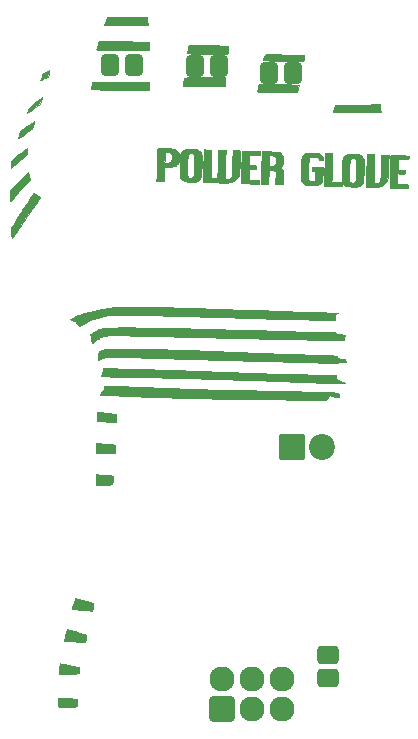
<source format=gbr>
%TF.GenerationSoftware,KiCad,Pcbnew,8.0.2*%
%TF.CreationDate,2024-05-14T21:00:48-05:00*%
%TF.ProjectId,AA Final edge cut repair,41412046-696e-4616-9c20-656467652063,rev?*%
%TF.SameCoordinates,Original*%
%TF.FileFunction,Soldermask,Top*%
%TF.FilePolarity,Negative*%
%FSLAX46Y46*%
G04 Gerber Fmt 4.6, Leading zero omitted, Abs format (unit mm)*
G04 Created by KiCad (PCBNEW 8.0.2) date 2024-05-14 21:00:48*
%MOMM*%
%LPD*%
G01*
G04 APERTURE LIST*
G04 Aperture macros list*
%AMRoundRect*
0 Rectangle with rounded corners*
0 $1 Rounding radius*
0 $2 $3 $4 $5 $6 $7 $8 $9 X,Y pos of 4 corners*
0 Add a 4 corners polygon primitive as box body*
4,1,4,$2,$3,$4,$5,$6,$7,$8,$9,$2,$3,0*
0 Add four circle primitives for the rounded corners*
1,1,$1+$1,$2,$3*
1,1,$1+$1,$4,$5*
1,1,$1+$1,$6,$7*
1,1,$1+$1,$8,$9*
0 Add four rect primitives between the rounded corners*
20,1,$1+$1,$2,$3,$4,$5,0*
20,1,$1+$1,$4,$5,$6,$7,0*
20,1,$1+$1,$6,$7,$8,$9,0*
20,1,$1+$1,$8,$9,$2,$3,0*%
G04 Aperture macros list end*
%ADD10C,0.010000*%
%ADD11RoundRect,0.333333X-0.566667X0.466667X-0.566667X-0.466667X0.566667X-0.466667X0.566667X0.466667X0*%
%ADD12RoundRect,0.200000X-0.900000X-0.900000X0.900000X-0.900000X0.900000X0.900000X-0.900000X0.900000X0*%
%ADD13C,2.200000*%
%ADD14O,2.127200X2.127200*%
%ADD15RoundRect,0.200000X-0.863600X0.863600X-0.863600X-0.863600X0.863600X-0.863600X0.863600X0.863600X0*%
%ADD16C,2.127200*%
%ADD17RoundRect,0.336957X0.438043X0.563043X-0.438043X0.563043X-0.438043X-0.563043X0.438043X-0.563043X0*%
G04 APERTURE END LIST*
D10*
%TO.C,G\u002A\u002A\u002A*%
X58814081Y-26420760D02*
X58876655Y-26421186D01*
X58900018Y-26421965D01*
X58900097Y-26422005D01*
X58904320Y-26444350D01*
X58911137Y-26500645D01*
X58919642Y-26582651D01*
X58928930Y-26682129D01*
X58929900Y-26693095D01*
X58939652Y-26801391D01*
X58948974Y-26900396D01*
X58956804Y-26979128D01*
X58962063Y-27026450D01*
X58970950Y-27095242D01*
X54895882Y-27095242D01*
X55067318Y-26445706D01*
X56980444Y-26430593D01*
X57261183Y-26428446D01*
X57529657Y-26426532D01*
X57782873Y-26424863D01*
X58017837Y-26423453D01*
X58231555Y-26422316D01*
X58421033Y-26421465D01*
X58583276Y-26420913D01*
X58715290Y-26420673D01*
X58814081Y-26420760D01*
G36*
X58814081Y-26420760D02*
G01*
X58876655Y-26421186D01*
X58900018Y-26421965D01*
X58900097Y-26422005D01*
X58904320Y-26444350D01*
X58911137Y-26500645D01*
X58919642Y-26582651D01*
X58928930Y-26682129D01*
X58929900Y-26693095D01*
X58939652Y-26801391D01*
X58948974Y-26900396D01*
X58956804Y-26979128D01*
X58962063Y-27026450D01*
X58970950Y-27095242D01*
X54895882Y-27095242D01*
X55067318Y-26445706D01*
X56980444Y-26430593D01*
X57261183Y-26428446D01*
X57529657Y-26426532D01*
X57782873Y-26424863D01*
X58017837Y-26423453D01*
X58231555Y-26422316D01*
X58421033Y-26421465D01*
X58583276Y-26420913D01*
X58715290Y-26420673D01*
X58814081Y-26420760D01*
G37*
X30920886Y-23525294D02*
X30919058Y-23547633D01*
X30908413Y-23603180D01*
X30890603Y-23684126D01*
X30867281Y-23782662D01*
X30861247Y-23807249D01*
X30793578Y-24081174D01*
X30499804Y-24217666D01*
X30395532Y-24265638D01*
X30303322Y-24307171D01*
X30230679Y-24338954D01*
X30185109Y-24357674D01*
X30174862Y-24361090D01*
X30161755Y-24355393D01*
X30166775Y-24324989D01*
X30191096Y-24264441D01*
X30200001Y-24244674D01*
X30234913Y-24164135D01*
X30276079Y-24063212D01*
X30315579Y-23961409D01*
X30322168Y-23943777D01*
X30388028Y-23766229D01*
X30650442Y-23641746D01*
X30746320Y-23597077D01*
X30827694Y-23560706D01*
X30887408Y-23535714D01*
X30918310Y-23525181D01*
X30920886Y-23525294D01*
G36*
X30920886Y-23525294D02*
G01*
X30919058Y-23547633D01*
X30908413Y-23603180D01*
X30890603Y-23684126D01*
X30867281Y-23782662D01*
X30861247Y-23807249D01*
X30793578Y-24081174D01*
X30499804Y-24217666D01*
X30395532Y-24265638D01*
X30303322Y-24307171D01*
X30230679Y-24338954D01*
X30185109Y-24357674D01*
X30174862Y-24361090D01*
X30161755Y-24355393D01*
X30166775Y-24324989D01*
X30191096Y-24264441D01*
X30200001Y-24244674D01*
X30234913Y-24164135D01*
X30276079Y-24063212D01*
X30315579Y-23961409D01*
X30322168Y-23943777D01*
X30388028Y-23766229D01*
X30650442Y-23641746D01*
X30746320Y-23597077D01*
X30827694Y-23560706D01*
X30887408Y-23535714D01*
X30918310Y-23525181D01*
X30920886Y-23525294D01*
G37*
X34912403Y-57732521D02*
X34950424Y-57736752D01*
X35024816Y-57743401D01*
X35129711Y-57752003D01*
X35259246Y-57762096D01*
X35407555Y-57773214D01*
X35568772Y-57784896D01*
X35626778Y-57789004D01*
X35787503Y-57800525D01*
X35934139Y-57811428D01*
X36061487Y-57821297D01*
X36164351Y-57829713D01*
X36237533Y-57836259D01*
X36275837Y-57840518D01*
X36280264Y-57841516D01*
X36281993Y-57863906D01*
X36281889Y-57921635D01*
X36280089Y-58007756D01*
X36276733Y-58115321D01*
X36272786Y-58217783D01*
X36257405Y-58586990D01*
X35936800Y-58599099D01*
X35800391Y-58603991D01*
X35638136Y-58609403D01*
X35466507Y-58614808D01*
X35301980Y-58619680D01*
X35229903Y-58621688D01*
X34843611Y-58632167D01*
X34843611Y-57721490D01*
X34912403Y-57732521D01*
G36*
X34912403Y-57732521D02*
G01*
X34950424Y-57736752D01*
X35024816Y-57743401D01*
X35129711Y-57752003D01*
X35259246Y-57762096D01*
X35407555Y-57773214D01*
X35568772Y-57784896D01*
X35626778Y-57789004D01*
X35787503Y-57800525D01*
X35934139Y-57811428D01*
X36061487Y-57821297D01*
X36164351Y-57829713D01*
X36237533Y-57836259D01*
X36275837Y-57840518D01*
X36280264Y-57841516D01*
X36281993Y-57863906D01*
X36281889Y-57921635D01*
X36280089Y-58007756D01*
X36276733Y-58115321D01*
X36272786Y-58217783D01*
X36257405Y-58586990D01*
X35936800Y-58599099D01*
X35800391Y-58603991D01*
X35638136Y-58609403D01*
X35466507Y-58614808D01*
X35301980Y-58619680D01*
X35229903Y-58621688D01*
X34843611Y-58632167D01*
X34843611Y-57721490D01*
X34912403Y-57732521D01*
G37*
X30288793Y-25838976D02*
X30276659Y-25894546D01*
X30256429Y-25975893D01*
X30229906Y-26075565D01*
X30217962Y-26118811D01*
X30136060Y-26412351D01*
X29608962Y-26759088D01*
X29447478Y-26865388D01*
X29318047Y-26950550D01*
X29217247Y-27016528D01*
X29141650Y-27065279D01*
X29087833Y-27098759D01*
X29052371Y-27118923D01*
X29031839Y-27127726D01*
X29022811Y-27127125D01*
X29021865Y-27119076D01*
X29025573Y-27105534D01*
X29030237Y-27089571D01*
X29043899Y-27045315D01*
X29068399Y-26974759D01*
X29099137Y-26891021D01*
X29108832Y-26865434D01*
X29174016Y-26694737D01*
X29728105Y-26251371D01*
X29859974Y-26146304D01*
X29981136Y-26050633D01*
X30087706Y-25967358D01*
X30175800Y-25899480D01*
X30241532Y-25849998D01*
X30281018Y-25821914D01*
X30291029Y-25816638D01*
X30288793Y-25838976D01*
G36*
X30288793Y-25838976D02*
G01*
X30276659Y-25894546D01*
X30256429Y-25975893D01*
X30229906Y-26075565D01*
X30217962Y-26118811D01*
X30136060Y-26412351D01*
X29608962Y-26759088D01*
X29447478Y-26865388D01*
X29318047Y-26950550D01*
X29217247Y-27016528D01*
X29141650Y-27065279D01*
X29087833Y-27098759D01*
X29052371Y-27118923D01*
X29031839Y-27127726D01*
X29022811Y-27127125D01*
X29021865Y-27119076D01*
X29025573Y-27105534D01*
X29030237Y-27089571D01*
X29043899Y-27045315D01*
X29068399Y-26974759D01*
X29099137Y-26891021D01*
X29108832Y-26865434D01*
X29174016Y-26694737D01*
X29728105Y-26251371D01*
X29859974Y-26146304D01*
X29981136Y-26050633D01*
X30087706Y-25967358D01*
X30175800Y-25899480D01*
X30241532Y-25849998D01*
X30281018Y-25821914D01*
X30291029Y-25816638D01*
X30288793Y-25838976D01*
G37*
X31744988Y-76647909D02*
X31790926Y-76649635D01*
X31873227Y-76653836D01*
X31986016Y-76660167D01*
X32123417Y-76668284D01*
X32279552Y-76677844D01*
X32448547Y-76688500D01*
X32557611Y-76695534D01*
X33266695Y-76741659D01*
X33272537Y-77064450D01*
X33278380Y-77387242D01*
X33209037Y-77387277D01*
X33165983Y-77388478D01*
X33087437Y-77391813D01*
X32980166Y-77396915D01*
X32850939Y-77403416D01*
X32706524Y-77410950D01*
X32553687Y-77419150D01*
X32399197Y-77427649D01*
X32249821Y-77436079D01*
X32112327Y-77444075D01*
X31993483Y-77451268D01*
X31900056Y-77457292D01*
X31846211Y-77461177D01*
X31695728Y-77473135D01*
X31682763Y-77319063D01*
X31676233Y-77233521D01*
X31668628Y-77121631D01*
X31660993Y-76999325D01*
X31655622Y-76905700D01*
X31641447Y-76646409D01*
X31744988Y-76647909D01*
G36*
X31744988Y-76647909D02*
G01*
X31790926Y-76649635D01*
X31873227Y-76653836D01*
X31986016Y-76660167D01*
X32123417Y-76668284D01*
X32279552Y-76677844D01*
X32448547Y-76688500D01*
X32557611Y-76695534D01*
X33266695Y-76741659D01*
X33272537Y-77064450D01*
X33278380Y-77387242D01*
X33209037Y-77387277D01*
X33165983Y-77388478D01*
X33087437Y-77391813D01*
X32980166Y-77396915D01*
X32850939Y-77403416D01*
X32706524Y-77410950D01*
X32553687Y-77419150D01*
X32399197Y-77427649D01*
X32249821Y-77436079D01*
X32112327Y-77444075D01*
X31993483Y-77451268D01*
X31900056Y-77457292D01*
X31846211Y-77461177D01*
X31695728Y-77473135D01*
X31682763Y-77319063D01*
X31676233Y-77233521D01*
X31668628Y-77121631D01*
X31660993Y-76999325D01*
X31655622Y-76905700D01*
X31641447Y-76646409D01*
X31744988Y-76647909D01*
G37*
X34891236Y-55099318D02*
X34934905Y-55101291D01*
X35011850Y-55106283D01*
X35116386Y-55113822D01*
X35242829Y-55123436D01*
X35385496Y-55134650D01*
X35538701Y-55146992D01*
X35696761Y-55159988D01*
X35853991Y-55173166D01*
X36004708Y-55186052D01*
X36143226Y-55198173D01*
X36263862Y-55209055D01*
X36360932Y-55218227D01*
X36428751Y-55225215D01*
X36461635Y-55229545D01*
X36463807Y-55230215D01*
X36466530Y-55253886D01*
X36467200Y-55312355D01*
X36465896Y-55398139D01*
X36462702Y-55503757D01*
X36460082Y-55569622D01*
X36445898Y-55898571D01*
X35967546Y-55911251D01*
X35803441Y-55915656D01*
X35629537Y-55920422D01*
X35458566Y-55925191D01*
X35303261Y-55929609D01*
X35176353Y-55933320D01*
X35166403Y-55933618D01*
X34843611Y-55943306D01*
X34843611Y-55098742D01*
X34891236Y-55099318D01*
G36*
X34891236Y-55099318D02*
G01*
X34934905Y-55101291D01*
X35011850Y-55106283D01*
X35116386Y-55113822D01*
X35242829Y-55123436D01*
X35385496Y-55134650D01*
X35538701Y-55146992D01*
X35696761Y-55159988D01*
X35853991Y-55173166D01*
X36004708Y-55186052D01*
X36143226Y-55198173D01*
X36263862Y-55209055D01*
X36360932Y-55218227D01*
X36428751Y-55225215D01*
X36461635Y-55229545D01*
X36463807Y-55230215D01*
X36466530Y-55253886D01*
X36467200Y-55312355D01*
X36465896Y-55398139D01*
X36462702Y-55503757D01*
X36460082Y-55569622D01*
X36445898Y-55898571D01*
X35967546Y-55911251D01*
X35803441Y-55915656D01*
X35629537Y-55920422D01*
X35458566Y-55925191D01*
X35303261Y-55929609D01*
X35176353Y-55933320D01*
X35166403Y-55933618D01*
X34843611Y-55943306D01*
X34843611Y-55098742D01*
X34891236Y-55099318D01*
G37*
X34982315Y-52457146D02*
X35041453Y-52460749D01*
X35133551Y-52467335D01*
X35254005Y-52476548D01*
X35398207Y-52488037D01*
X35561552Y-52501446D01*
X35739435Y-52516422D01*
X35772737Y-52519265D01*
X36579278Y-52588262D01*
X36579151Y-52769294D01*
X36577239Y-52883902D01*
X36572344Y-53011176D01*
X36565521Y-53123786D01*
X36565430Y-53124950D01*
X36551837Y-53299575D01*
X36422682Y-53296325D01*
X36364741Y-53294322D01*
X36272297Y-53290465D01*
X36153122Y-53285109D01*
X36014990Y-53278610D01*
X35865673Y-53271321D01*
X35774945Y-53266767D01*
X35619977Y-53259163D01*
X35469089Y-53252229D01*
X35330678Y-53246317D01*
X35213140Y-53241776D01*
X35124871Y-53238956D01*
X35091904Y-53238267D01*
X34927447Y-53236075D01*
X34941369Y-52849784D01*
X34946078Y-52726649D01*
X34950713Y-52619005D01*
X34954938Y-52533633D01*
X34958419Y-52477313D01*
X34960744Y-52456880D01*
X34982315Y-52457146D01*
G36*
X34982315Y-52457146D02*
G01*
X35041453Y-52460749D01*
X35133551Y-52467335D01*
X35254005Y-52476548D01*
X35398207Y-52488037D01*
X35561552Y-52501446D01*
X35739435Y-52516422D01*
X35772737Y-52519265D01*
X36579278Y-52588262D01*
X36579151Y-52769294D01*
X36577239Y-52883902D01*
X36572344Y-53011176D01*
X36565521Y-53123786D01*
X36565430Y-53124950D01*
X36551837Y-53299575D01*
X36422682Y-53296325D01*
X36364741Y-53294322D01*
X36272297Y-53290465D01*
X36153122Y-53285109D01*
X36014990Y-53278610D01*
X35865673Y-53271321D01*
X35774945Y-53266767D01*
X35619977Y-53259163D01*
X35469089Y-53252229D01*
X35330678Y-53246317D01*
X35213140Y-53241776D01*
X35124871Y-53238956D01*
X35091904Y-53238267D01*
X34927447Y-53236075D01*
X34941369Y-52849784D01*
X34946078Y-52726649D01*
X34950713Y-52619005D01*
X34954938Y-52533633D01*
X34958419Y-52477313D01*
X34960744Y-52456880D01*
X34982315Y-52457146D01*
G37*
X29608789Y-27885213D02*
X29595522Y-27943875D01*
X29574584Y-28024301D01*
X29548667Y-28117238D01*
X29520461Y-28213433D01*
X29492655Y-28303630D01*
X29467941Y-28378578D01*
X29449008Y-28429022D01*
X29441145Y-28444202D01*
X29419666Y-28462530D01*
X29369257Y-28501573D01*
X29294767Y-28557787D01*
X29201050Y-28627631D01*
X29092954Y-28707564D01*
X28975333Y-28794044D01*
X28853036Y-28883529D01*
X28730915Y-28972477D01*
X28613821Y-29057348D01*
X28506606Y-29134598D01*
X28414119Y-29200686D01*
X28341213Y-29252072D01*
X28292738Y-29285212D01*
X28273644Y-29296575D01*
X28260794Y-29280964D01*
X28260778Y-29280145D01*
X28267174Y-29255274D01*
X28284789Y-29197755D01*
X28311259Y-29115034D01*
X28344222Y-29014559D01*
X28361320Y-28963220D01*
X28461861Y-28662726D01*
X29033361Y-28250390D01*
X29169611Y-28152791D01*
X29294637Y-28064586D01*
X29404419Y-27988504D01*
X29494939Y-27927277D01*
X29562178Y-27883633D01*
X29602116Y-27860303D01*
X29611696Y-27857570D01*
X29608789Y-27885213D01*
G36*
X29608789Y-27885213D02*
G01*
X29595522Y-27943875D01*
X29574584Y-28024301D01*
X29548667Y-28117238D01*
X29520461Y-28213433D01*
X29492655Y-28303630D01*
X29467941Y-28378578D01*
X29449008Y-28429022D01*
X29441145Y-28444202D01*
X29419666Y-28462530D01*
X29369257Y-28501573D01*
X29294767Y-28557787D01*
X29201050Y-28627631D01*
X29092954Y-28707564D01*
X28975333Y-28794044D01*
X28853036Y-28883529D01*
X28730915Y-28972477D01*
X28613821Y-29057348D01*
X28506606Y-29134598D01*
X28414119Y-29200686D01*
X28341213Y-29252072D01*
X28292738Y-29285212D01*
X28273644Y-29296575D01*
X28260794Y-29280964D01*
X28260778Y-29280145D01*
X28267174Y-29255274D01*
X28284789Y-29197755D01*
X28311259Y-29115034D01*
X28344222Y-29014559D01*
X28361320Y-28963220D01*
X28461861Y-28662726D01*
X29033361Y-28250390D01*
X29169611Y-28152791D01*
X29294637Y-28064586D01*
X29404419Y-27988504D01*
X29494939Y-27927277D01*
X29562178Y-27883633D01*
X29602116Y-27860303D01*
X29611696Y-27857570D01*
X29608789Y-27885213D01*
G37*
X44079695Y-21412898D02*
X44326815Y-21415013D01*
X44568571Y-21417377D01*
X44800436Y-21419926D01*
X45017880Y-21422599D01*
X45216375Y-21425330D01*
X45391394Y-21428059D01*
X45538408Y-21430722D01*
X45652888Y-21433256D01*
X45730306Y-21435597D01*
X45739153Y-21435959D01*
X46019611Y-21448079D01*
X46017137Y-21673452D01*
X46014731Y-21783813D01*
X46010313Y-21894093D01*
X46004630Y-21987698D01*
X46001262Y-22025825D01*
X45987861Y-22152825D01*
X44298493Y-22128568D01*
X44034817Y-22124625D01*
X43783441Y-22120560D01*
X43547569Y-22116443D01*
X43330405Y-22112344D01*
X43135154Y-22108334D01*
X42965021Y-22104483D01*
X42823209Y-22100861D01*
X42712923Y-22097539D01*
X42637367Y-22094586D01*
X42599746Y-22092073D01*
X42596079Y-22091265D01*
X42593841Y-22066047D01*
X42598625Y-22009159D01*
X42609421Y-21930498D01*
X42617354Y-21882689D01*
X42636292Y-21774455D01*
X42655950Y-21661535D01*
X42672756Y-21564474D01*
X42676185Y-21544558D01*
X42700695Y-21401957D01*
X44079695Y-21412898D01*
G36*
X44079695Y-21412898D02*
G01*
X44326815Y-21415013D01*
X44568571Y-21417377D01*
X44800436Y-21419926D01*
X45017880Y-21422599D01*
X45216375Y-21425330D01*
X45391394Y-21428059D01*
X45538408Y-21430722D01*
X45652888Y-21433256D01*
X45730306Y-21435597D01*
X45739153Y-21435959D01*
X46019611Y-21448079D01*
X46017137Y-21673452D01*
X46014731Y-21783813D01*
X46010313Y-21894093D01*
X46004630Y-21987698D01*
X46001262Y-22025825D01*
X45987861Y-22152825D01*
X44298493Y-22128568D01*
X44034817Y-22124625D01*
X43783441Y-22120560D01*
X43547569Y-22116443D01*
X43330405Y-22112344D01*
X43135154Y-22108334D01*
X42965021Y-22104483D01*
X42823209Y-22100861D01*
X42712923Y-22097539D01*
X42637367Y-22094586D01*
X42599746Y-22092073D01*
X42596079Y-22091265D01*
X42593841Y-22066047D01*
X42598625Y-22009159D01*
X42609421Y-21930498D01*
X42617354Y-21882689D01*
X42636292Y-21774455D01*
X42655950Y-21661535D01*
X42672756Y-21564474D01*
X42676185Y-21544558D01*
X42700695Y-21401957D01*
X44079695Y-21412898D01*
G37*
X29117768Y-32152385D02*
X29133522Y-32204042D01*
X29153239Y-32279585D01*
X29167436Y-32339284D01*
X29191725Y-32444626D01*
X29216306Y-32550328D01*
X29237177Y-32639217D01*
X29243936Y-32667664D01*
X29273098Y-32789670D01*
X28446886Y-33694247D01*
X28295704Y-33859544D01*
X28152823Y-34015332D01*
X28020824Y-34158825D01*
X27902288Y-34287239D01*
X27799796Y-34397788D01*
X27715928Y-34487687D01*
X27653267Y-34554150D01*
X27614394Y-34594393D01*
X27602059Y-34605881D01*
X27595705Y-34588504D01*
X27590624Y-34535902D01*
X27587188Y-34455172D01*
X27585771Y-34353413D01*
X27585919Y-34298964D01*
X27587759Y-34174983D01*
X27591077Y-34054062D01*
X27595444Y-33948235D01*
X27600429Y-33869534D01*
X27601794Y-33854808D01*
X27615195Y-33724624D01*
X28356028Y-32929216D01*
X28499519Y-32775381D01*
X28634297Y-32631327D01*
X28757617Y-32499957D01*
X28866734Y-32384172D01*
X28958904Y-32286877D01*
X29031384Y-32210973D01*
X29081427Y-32159364D01*
X29106291Y-32134952D01*
X29108479Y-32133358D01*
X29117768Y-32152385D01*
G36*
X29117768Y-32152385D02*
G01*
X29133522Y-32204042D01*
X29153239Y-32279585D01*
X29167436Y-32339284D01*
X29191725Y-32444626D01*
X29216306Y-32550328D01*
X29237177Y-32639217D01*
X29243936Y-32667664D01*
X29273098Y-32789670D01*
X28446886Y-33694247D01*
X28295704Y-33859544D01*
X28152823Y-34015332D01*
X28020824Y-34158825D01*
X27902288Y-34287239D01*
X27799796Y-34397788D01*
X27715928Y-34487687D01*
X27653267Y-34554150D01*
X27614394Y-34594393D01*
X27602059Y-34605881D01*
X27595705Y-34588504D01*
X27590624Y-34535902D01*
X27587188Y-34455172D01*
X27585771Y-34353413D01*
X27585919Y-34298964D01*
X27587759Y-34174983D01*
X27591077Y-34054062D01*
X27595444Y-33948235D01*
X27600429Y-33869534D01*
X27601794Y-33854808D01*
X27615195Y-33724624D01*
X28356028Y-32929216D01*
X28499519Y-32775381D01*
X28634297Y-32631327D01*
X28757617Y-32499957D01*
X28866734Y-32384172D01*
X28958904Y-32286877D01*
X29031384Y-32210973D01*
X29081427Y-32159364D01*
X29106291Y-32134952D01*
X29108479Y-32133358D01*
X29117768Y-32152385D01*
G37*
X45800362Y-24221867D02*
X45794560Y-24277501D01*
X45787727Y-24363956D01*
X45780686Y-24469761D01*
X45774258Y-24583442D01*
X45773808Y-24592284D01*
X45759642Y-24872742D01*
X45090585Y-24867736D01*
X44929058Y-24866471D01*
X44733054Y-24864843D01*
X44510429Y-24862921D01*
X44269036Y-24860777D01*
X44016730Y-24858481D01*
X43761366Y-24856104D01*
X43510798Y-24853715D01*
X43320861Y-24851861D01*
X42220195Y-24840992D01*
X42227066Y-24777492D01*
X42232634Y-24733005D01*
X42242948Y-24656753D01*
X42256610Y-24558859D01*
X42272225Y-24449443D01*
X42274691Y-24432373D01*
X42289668Y-24328214D01*
X42302169Y-24240014D01*
X42311074Y-24175765D01*
X42315265Y-24143460D01*
X42315445Y-24141331D01*
X42336092Y-24139887D01*
X42395954Y-24138510D01*
X42491914Y-24137218D01*
X42620855Y-24136027D01*
X42779657Y-24134954D01*
X42965204Y-24134015D01*
X43174378Y-24133228D01*
X43404060Y-24132609D01*
X43651133Y-24132176D01*
X43912480Y-24131944D01*
X44064098Y-24131909D01*
X45812751Y-24131909D01*
X45800362Y-24221867D01*
G36*
X45800362Y-24221867D02*
G01*
X45794560Y-24277501D01*
X45787727Y-24363956D01*
X45780686Y-24469761D01*
X45774258Y-24583442D01*
X45773808Y-24592284D01*
X45759642Y-24872742D01*
X45090585Y-24867736D01*
X44929058Y-24866471D01*
X44733054Y-24864843D01*
X44510429Y-24862921D01*
X44269036Y-24860777D01*
X44016730Y-24858481D01*
X43761366Y-24856104D01*
X43510798Y-24853715D01*
X43320861Y-24851861D01*
X42220195Y-24840992D01*
X42227066Y-24777492D01*
X42232634Y-24733005D01*
X42242948Y-24656753D01*
X42256610Y-24558859D01*
X42272225Y-24449443D01*
X42274691Y-24432373D01*
X42289668Y-24328214D01*
X42302169Y-24240014D01*
X42311074Y-24175765D01*
X42315265Y-24143460D01*
X42315445Y-24141331D01*
X42336092Y-24139887D01*
X42395954Y-24138510D01*
X42491914Y-24137218D01*
X42620855Y-24136027D01*
X42779657Y-24134954D01*
X42965204Y-24134015D01*
X43174378Y-24133228D01*
X43404060Y-24132609D01*
X43651133Y-24132176D01*
X43912480Y-24131944D01*
X44064098Y-24131909D01*
X45812751Y-24131909D01*
X45800362Y-24221867D01*
G37*
X29039440Y-30111688D02*
X29036769Y-30169060D01*
X29029997Y-30249571D01*
X29020225Y-30343860D01*
X29008556Y-30442566D01*
X28996092Y-30536328D01*
X28983935Y-30615786D01*
X28973187Y-30671577D01*
X28965424Y-30694016D01*
X28925043Y-30728782D01*
X28859405Y-30784002D01*
X28772803Y-30856158D01*
X28669532Y-30941730D01*
X28553884Y-31037198D01*
X28430153Y-31139044D01*
X28302634Y-31243748D01*
X28175619Y-31347792D01*
X28053403Y-31447654D01*
X27940278Y-31539818D01*
X27840540Y-31620762D01*
X27758480Y-31686968D01*
X27698394Y-31734917D01*
X27664574Y-31761088D01*
X27658933Y-31764881D01*
X27643249Y-31760918D01*
X27638304Y-31728106D01*
X27641954Y-31669401D01*
X27650137Y-31600389D01*
X27663371Y-31505827D01*
X27679347Y-31401856D01*
X27686579Y-31357707D01*
X27721028Y-31151914D01*
X28373129Y-30613526D01*
X28515745Y-30496294D01*
X28648167Y-30388433D01*
X28766875Y-30292737D01*
X28868345Y-30212000D01*
X28949058Y-30149017D01*
X29005492Y-30106582D01*
X29034125Y-30087488D01*
X29036908Y-30086816D01*
X29039440Y-30111688D01*
G36*
X29039440Y-30111688D02*
G01*
X29036769Y-30169060D01*
X29029997Y-30249571D01*
X29020225Y-30343860D01*
X29008556Y-30442566D01*
X28996092Y-30536328D01*
X28983935Y-30615786D01*
X28973187Y-30671577D01*
X28965424Y-30694016D01*
X28925043Y-30728782D01*
X28859405Y-30784002D01*
X28772803Y-30856158D01*
X28669532Y-30941730D01*
X28553884Y-31037198D01*
X28430153Y-31139044D01*
X28302634Y-31243748D01*
X28175619Y-31347792D01*
X28053403Y-31447654D01*
X27940278Y-31539818D01*
X27840540Y-31620762D01*
X27758480Y-31686968D01*
X27698394Y-31734917D01*
X27664574Y-31761088D01*
X27658933Y-31764881D01*
X27643249Y-31760918D01*
X27638304Y-31728106D01*
X27641954Y-31669401D01*
X27650137Y-31600389D01*
X27663371Y-31505827D01*
X27679347Y-31401856D01*
X27686579Y-31357707D01*
X27721028Y-31151914D01*
X28373129Y-30613526D01*
X28515745Y-30496294D01*
X28648167Y-30388433D01*
X28766875Y-30292737D01*
X28868345Y-30212000D01*
X28949058Y-30149017D01*
X29005492Y-30106582D01*
X29034125Y-30087488D01*
X29036908Y-30086816D01*
X29039440Y-30111688D01*
G37*
X36219140Y-24516997D02*
X36516411Y-24517335D01*
X36826659Y-24517879D01*
X36933820Y-24518109D01*
X39320361Y-24523492D01*
X39326204Y-24846284D01*
X39332047Y-25169075D01*
X37770454Y-25164019D01*
X37486649Y-25163057D01*
X37192209Y-25161979D01*
X36893497Y-25160814D01*
X36596878Y-25159588D01*
X36308715Y-25158330D01*
X36035372Y-25157069D01*
X35783214Y-25155832D01*
X35558604Y-25154647D01*
X35367906Y-25153542D01*
X35314570Y-25153206D01*
X35074549Y-25151167D01*
X34870045Y-25148385D01*
X34702250Y-25144898D01*
X34572355Y-25140741D01*
X34481554Y-25135950D01*
X34431037Y-25130560D01*
X34420278Y-25126356D01*
X34424665Y-25098953D01*
X34436695Y-25038442D01*
X34454675Y-24953008D01*
X34476907Y-24850834D01*
X34483778Y-24819825D01*
X34506828Y-24715469D01*
X34526143Y-24626607D01*
X34540048Y-24561060D01*
X34546865Y-24526646D01*
X34547278Y-24523557D01*
X34568000Y-24522178D01*
X34628386Y-24520944D01*
X34725767Y-24519861D01*
X34857476Y-24518933D01*
X35020843Y-24518169D01*
X35213198Y-24517573D01*
X35431875Y-24517151D01*
X35674203Y-24516911D01*
X35937514Y-24516857D01*
X36219140Y-24516997D01*
G36*
X36219140Y-24516997D02*
G01*
X36516411Y-24517335D01*
X36826659Y-24517879D01*
X36933820Y-24518109D01*
X39320361Y-24523492D01*
X39326204Y-24846284D01*
X39332047Y-25169075D01*
X37770454Y-25164019D01*
X37486649Y-25163057D01*
X37192209Y-25161979D01*
X36893497Y-25160814D01*
X36596878Y-25159588D01*
X36308715Y-25158330D01*
X36035372Y-25157069D01*
X35783214Y-25155832D01*
X35558604Y-25154647D01*
X35367906Y-25153542D01*
X35314570Y-25153206D01*
X35074549Y-25151167D01*
X34870045Y-25148385D01*
X34702250Y-25144898D01*
X34572355Y-25140741D01*
X34481554Y-25135950D01*
X34431037Y-25130560D01*
X34420278Y-25126356D01*
X34424665Y-25098953D01*
X34436695Y-25038442D01*
X34454675Y-24953008D01*
X34476907Y-24850834D01*
X34483778Y-24819825D01*
X34506828Y-24715469D01*
X34526143Y-24626607D01*
X34540048Y-24561060D01*
X34546865Y-24526646D01*
X34547278Y-24523557D01*
X34568000Y-24522178D01*
X34628386Y-24520944D01*
X34725767Y-24519861D01*
X34857476Y-24518933D01*
X35020843Y-24518169D01*
X35213198Y-24517573D01*
X35431875Y-24517151D01*
X35674203Y-24516911D01*
X35937514Y-24516857D01*
X36219140Y-24516997D01*
G37*
X39209687Y-19348323D02*
X39221969Y-19460149D01*
X39231804Y-19555869D01*
X39238498Y-19628191D01*
X39241354Y-19669823D01*
X39241023Y-19677010D01*
X39218359Y-19678770D01*
X39157254Y-19680488D01*
X39061406Y-19682154D01*
X38934512Y-19683756D01*
X38780269Y-19685284D01*
X38602376Y-19686726D01*
X38404529Y-19688072D01*
X38190427Y-19689310D01*
X37963767Y-19690431D01*
X37728247Y-19691423D01*
X37487564Y-19692275D01*
X37245416Y-19692976D01*
X37005501Y-19693515D01*
X36771516Y-19693882D01*
X36547159Y-19694066D01*
X36336128Y-19694055D01*
X36142119Y-19693839D01*
X35968832Y-19693407D01*
X35819963Y-19692748D01*
X35699210Y-19691852D01*
X35610271Y-19690706D01*
X35556843Y-19689301D01*
X35542111Y-19687904D01*
X35550786Y-19664171D01*
X35574763Y-19609087D01*
X35610973Y-19529437D01*
X35656348Y-19432011D01*
X35689604Y-19361731D01*
X35837098Y-19051909D01*
X36299952Y-19051909D01*
X36411208Y-19051648D01*
X36558852Y-19050900D01*
X36736943Y-19049715D01*
X36939538Y-19048141D01*
X37160697Y-19046230D01*
X37394477Y-19044030D01*
X37634938Y-19041592D01*
X37876136Y-19038966D01*
X37967914Y-19037915D01*
X39173023Y-19023922D01*
X39209687Y-19348323D01*
G36*
X39209687Y-19348323D02*
G01*
X39221969Y-19460149D01*
X39231804Y-19555869D01*
X39238498Y-19628191D01*
X39241354Y-19669823D01*
X39241023Y-19677010D01*
X39218359Y-19678770D01*
X39157254Y-19680488D01*
X39061406Y-19682154D01*
X38934512Y-19683756D01*
X38780269Y-19685284D01*
X38602376Y-19686726D01*
X38404529Y-19688072D01*
X38190427Y-19689310D01*
X37963767Y-19690431D01*
X37728247Y-19691423D01*
X37487564Y-19692275D01*
X37245416Y-19692976D01*
X37005501Y-19693515D01*
X36771516Y-19693882D01*
X36547159Y-19694066D01*
X36336128Y-19694055D01*
X36142119Y-19693839D01*
X35968832Y-19693407D01*
X35819963Y-19692748D01*
X35699210Y-19691852D01*
X35610271Y-19690706D01*
X35556843Y-19689301D01*
X35542111Y-19687904D01*
X35550786Y-19664171D01*
X35574763Y-19609087D01*
X35610973Y-19529437D01*
X35656348Y-19432011D01*
X35689604Y-19361731D01*
X35837098Y-19051909D01*
X36299952Y-19051909D01*
X36411208Y-19051648D01*
X36558852Y-19050900D01*
X36736943Y-19049715D01*
X36939538Y-19048141D01*
X37160697Y-19046230D01*
X37394477Y-19044030D01*
X37634938Y-19041592D01*
X37876136Y-19038966D01*
X37967914Y-19037915D01*
X39173023Y-19023922D01*
X39209687Y-19348323D01*
G37*
X31855146Y-73750913D02*
X31919682Y-73762299D01*
X32013719Y-73779860D01*
X32131750Y-73802490D01*
X32268267Y-73829087D01*
X32417764Y-73858546D01*
X32574731Y-73889762D01*
X32733664Y-73921633D01*
X32889053Y-73953054D01*
X33035392Y-73982922D01*
X33167174Y-74010132D01*
X33278891Y-74033580D01*
X33365036Y-74052163D01*
X33420102Y-74064776D01*
X33438543Y-74070118D01*
X33441115Y-74094062D01*
X33440144Y-74149876D01*
X33436384Y-74227314D01*
X33430585Y-74316131D01*
X33423502Y-74406081D01*
X33415886Y-74486918D01*
X33408490Y-74548398D01*
X33402067Y-74580275D01*
X33400921Y-74582241D01*
X33379087Y-74584907D01*
X33320580Y-74589534D01*
X33230998Y-74595791D01*
X33115938Y-74603348D01*
X32980999Y-74611874D01*
X32831778Y-74621041D01*
X32673874Y-74630516D01*
X32512884Y-74639970D01*
X32354406Y-74649073D01*
X32204039Y-74657494D01*
X32067379Y-74664903D01*
X31950026Y-74670969D01*
X31857577Y-74675362D01*
X31795629Y-74677753D01*
X31776520Y-74678094D01*
X31704511Y-74677909D01*
X31718126Y-74450367D01*
X31727526Y-74324238D01*
X31740365Y-74195427D01*
X31755592Y-74070821D01*
X31772153Y-73957309D01*
X31788997Y-73861776D01*
X31805071Y-73791112D01*
X31819323Y-73752202D01*
X31825617Y-73746804D01*
X31855146Y-73750913D01*
G36*
X31855146Y-73750913D02*
G01*
X31919682Y-73762299D01*
X32013719Y-73779860D01*
X32131750Y-73802490D01*
X32268267Y-73829087D01*
X32417764Y-73858546D01*
X32574731Y-73889762D01*
X32733664Y-73921633D01*
X32889053Y-73953054D01*
X33035392Y-73982922D01*
X33167174Y-74010132D01*
X33278891Y-74033580D01*
X33365036Y-74052163D01*
X33420102Y-74064776D01*
X33438543Y-74070118D01*
X33441115Y-74094062D01*
X33440144Y-74149876D01*
X33436384Y-74227314D01*
X33430585Y-74316131D01*
X33423502Y-74406081D01*
X33415886Y-74486918D01*
X33408490Y-74548398D01*
X33402067Y-74580275D01*
X33400921Y-74582241D01*
X33379087Y-74584907D01*
X33320580Y-74589534D01*
X33230998Y-74595791D01*
X33115938Y-74603348D01*
X32980999Y-74611874D01*
X32831778Y-74621041D01*
X32673874Y-74630516D01*
X32512884Y-74639970D01*
X32354406Y-74649073D01*
X32204039Y-74657494D01*
X32067379Y-74664903D01*
X31950026Y-74670969D01*
X31857577Y-74675362D01*
X31795629Y-74677753D01*
X31776520Y-74678094D01*
X31704511Y-74677909D01*
X31718126Y-74450367D01*
X31727526Y-74324238D01*
X31740365Y-74195427D01*
X31755592Y-74070821D01*
X31772153Y-73957309D01*
X31788997Y-73861776D01*
X31805071Y-73791112D01*
X31819323Y-73752202D01*
X31825617Y-73746804D01*
X31855146Y-73750913D01*
G37*
X32410842Y-70842690D02*
X32467709Y-70857049D01*
X32554385Y-70880851D01*
X32665570Y-70912497D01*
X32795969Y-70950392D01*
X32940281Y-70992939D01*
X33093211Y-71038539D01*
X33249460Y-71085598D01*
X33403729Y-71132517D01*
X33550723Y-71177699D01*
X33685142Y-71219549D01*
X33801689Y-71256468D01*
X33895066Y-71286860D01*
X33959976Y-71309128D01*
X33991120Y-71321675D01*
X33992707Y-71322755D01*
X33993993Y-71344826D01*
X33993192Y-71401443D01*
X33990517Y-71484884D01*
X33986183Y-71587422D01*
X33984262Y-71627435D01*
X33969472Y-71926242D01*
X33819167Y-71923568D01*
X33762688Y-71921523D01*
X33670010Y-71916917D01*
X33547166Y-71910103D01*
X33400189Y-71901438D01*
X33235112Y-71891273D01*
X33057970Y-71879965D01*
X32908068Y-71870094D01*
X32733265Y-71858293D01*
X32572331Y-71847181D01*
X32430020Y-71837104D01*
X32311087Y-71828410D01*
X32220287Y-71821446D01*
X32162373Y-71816560D01*
X32142117Y-71814137D01*
X32144865Y-71792440D01*
X32156731Y-71736775D01*
X32175956Y-71654087D01*
X32200781Y-71551320D01*
X32229447Y-71435417D01*
X32260193Y-71313323D01*
X32291262Y-71191983D01*
X32320893Y-71078340D01*
X32347327Y-70979338D01*
X32368805Y-70901922D01*
X32383568Y-70853036D01*
X32389080Y-70839370D01*
X32410842Y-70842690D01*
G36*
X32410842Y-70842690D02*
G01*
X32467709Y-70857049D01*
X32554385Y-70880851D01*
X32665570Y-70912497D01*
X32795969Y-70950392D01*
X32940281Y-70992939D01*
X33093211Y-71038539D01*
X33249460Y-71085598D01*
X33403729Y-71132517D01*
X33550723Y-71177699D01*
X33685142Y-71219549D01*
X33801689Y-71256468D01*
X33895066Y-71286860D01*
X33959976Y-71309128D01*
X33991120Y-71321675D01*
X33992707Y-71322755D01*
X33993993Y-71344826D01*
X33993192Y-71401443D01*
X33990517Y-71484884D01*
X33986183Y-71587422D01*
X33984262Y-71627435D01*
X33969472Y-71926242D01*
X33819167Y-71923568D01*
X33762688Y-71921523D01*
X33670010Y-71916917D01*
X33547166Y-71910103D01*
X33400189Y-71901438D01*
X33235112Y-71891273D01*
X33057970Y-71879965D01*
X32908068Y-71870094D01*
X32733265Y-71858293D01*
X32572331Y-71847181D01*
X32430020Y-71837104D01*
X32311087Y-71828410D01*
X32220287Y-71821446D01*
X32162373Y-71816560D01*
X32142117Y-71814137D01*
X32144865Y-71792440D01*
X32156731Y-71736775D01*
X32175956Y-71654087D01*
X32200781Y-71551320D01*
X32229447Y-71435417D01*
X32260193Y-71313323D01*
X32291262Y-71191983D01*
X32320893Y-71078340D01*
X32347327Y-70979338D01*
X32368805Y-70901922D01*
X32383568Y-70853036D01*
X32389080Y-70839370D01*
X32410842Y-70842690D01*
G37*
X36438513Y-21070699D02*
X36702088Y-21073435D01*
X36976210Y-21076454D01*
X37253934Y-21079670D01*
X37528319Y-21082994D01*
X37792419Y-21086341D01*
X38039293Y-21089622D01*
X38261997Y-21092751D01*
X38453588Y-21095640D01*
X38553070Y-21097261D01*
X39330945Y-21110430D01*
X39330945Y-21803575D01*
X39177486Y-21798389D01*
X39134627Y-21797595D01*
X39052590Y-21796727D01*
X38934531Y-21795798D01*
X38783604Y-21794824D01*
X38602965Y-21793820D01*
X38395768Y-21792802D01*
X38165171Y-21791785D01*
X37914327Y-21790783D01*
X37646392Y-21789812D01*
X37364521Y-21788887D01*
X37071869Y-21788023D01*
X36953593Y-21787701D01*
X36611227Y-21786761D01*
X36308751Y-21785838D01*
X36043721Y-21784880D01*
X35813694Y-21783838D01*
X35616227Y-21782661D01*
X35448877Y-21781298D01*
X35309199Y-21779701D01*
X35194751Y-21777817D01*
X35103089Y-21775597D01*
X35031770Y-21772991D01*
X34978350Y-21769947D01*
X34940386Y-21766417D01*
X34915435Y-21762348D01*
X34901053Y-21757692D01*
X34894797Y-21752397D01*
X34894224Y-21746414D01*
X34894534Y-21745262D01*
X34906289Y-21706642D01*
X34925841Y-21641971D01*
X34947304Y-21570742D01*
X34973492Y-21483709D01*
X35005820Y-21376287D01*
X35038225Y-21268620D01*
X35045264Y-21245232D01*
X35101831Y-21057305D01*
X36438513Y-21070699D01*
G36*
X36438513Y-21070699D02*
G01*
X36702088Y-21073435D01*
X36976210Y-21076454D01*
X37253934Y-21079670D01*
X37528319Y-21082994D01*
X37792419Y-21086341D01*
X38039293Y-21089622D01*
X38261997Y-21092751D01*
X38453588Y-21095640D01*
X38553070Y-21097261D01*
X39330945Y-21110430D01*
X39330945Y-21803575D01*
X39177486Y-21798389D01*
X39134627Y-21797595D01*
X39052590Y-21796727D01*
X38934531Y-21795798D01*
X38783604Y-21794824D01*
X38602965Y-21793820D01*
X38395768Y-21792802D01*
X38165171Y-21791785D01*
X37914327Y-21790783D01*
X37646392Y-21789812D01*
X37364521Y-21788887D01*
X37071869Y-21788023D01*
X36953593Y-21787701D01*
X36611227Y-21786761D01*
X36308751Y-21785838D01*
X36043721Y-21784880D01*
X35813694Y-21783838D01*
X35616227Y-21782661D01*
X35448877Y-21781298D01*
X35309199Y-21779701D01*
X35194751Y-21777817D01*
X35103089Y-21775597D01*
X35031770Y-21772991D01*
X34978350Y-21769947D01*
X34940386Y-21766417D01*
X34915435Y-21762348D01*
X34901053Y-21757692D01*
X34894797Y-21752397D01*
X34894224Y-21746414D01*
X34894534Y-21745262D01*
X34906289Y-21706642D01*
X34925841Y-21641971D01*
X34947304Y-21570742D01*
X34973492Y-21483709D01*
X35005820Y-21376287D01*
X35038225Y-21268620D01*
X35045264Y-21245232D01*
X35101831Y-21057305D01*
X36438513Y-21070699D01*
G37*
X48919133Y-24707094D02*
X49069018Y-24707691D01*
X49241249Y-24708631D01*
X49431831Y-24709880D01*
X49636767Y-24711401D01*
X49852060Y-24713156D01*
X50073713Y-24715109D01*
X50297730Y-24717223D01*
X50520115Y-24719462D01*
X50736870Y-24721790D01*
X50943999Y-24724168D01*
X51137506Y-24726562D01*
X51313393Y-24728933D01*
X51467665Y-24731246D01*
X51596324Y-24733464D01*
X51695374Y-24735550D01*
X51760818Y-24737467D01*
X51767574Y-24737741D01*
X52043954Y-24749642D01*
X51978238Y-25038733D01*
X51912523Y-25327825D01*
X50214900Y-25333243D01*
X49906930Y-25334192D01*
X49638574Y-25334908D01*
X49407111Y-25335338D01*
X49209822Y-25335429D01*
X49043988Y-25335129D01*
X48906888Y-25334387D01*
X48795803Y-25333149D01*
X48708014Y-25331364D01*
X48640801Y-25328979D01*
X48591444Y-25325941D01*
X48557223Y-25322199D01*
X48535420Y-25317701D01*
X48523313Y-25312393D01*
X48518184Y-25306224D01*
X48517278Y-25300597D01*
X48521145Y-25266250D01*
X48531716Y-25199509D01*
X48547450Y-25109501D01*
X48566803Y-25005353D01*
X48570079Y-24988262D01*
X48589631Y-24886383D01*
X48605927Y-24800853D01*
X48617482Y-24739521D01*
X48622808Y-24710238D01*
X48622996Y-24708891D01*
X48643527Y-24707741D01*
X48702391Y-24707083D01*
X48795592Y-24706880D01*
X48919133Y-24707094D01*
G36*
X48919133Y-24707094D02*
G01*
X49069018Y-24707691D01*
X49241249Y-24708631D01*
X49431831Y-24709880D01*
X49636767Y-24711401D01*
X49852060Y-24713156D01*
X50073713Y-24715109D01*
X50297730Y-24717223D01*
X50520115Y-24719462D01*
X50736870Y-24721790D01*
X50943999Y-24724168D01*
X51137506Y-24726562D01*
X51313393Y-24728933D01*
X51467665Y-24731246D01*
X51596324Y-24733464D01*
X51695374Y-24735550D01*
X51760818Y-24737467D01*
X51767574Y-24737741D01*
X52043954Y-24749642D01*
X51978238Y-25038733D01*
X51912523Y-25327825D01*
X50214900Y-25333243D01*
X49906930Y-25334192D01*
X49638574Y-25334908D01*
X49407111Y-25335338D01*
X49209822Y-25335429D01*
X49043988Y-25335129D01*
X48906888Y-25334387D01*
X48795803Y-25333149D01*
X48708014Y-25331364D01*
X48640801Y-25328979D01*
X48591444Y-25325941D01*
X48557223Y-25322199D01*
X48535420Y-25317701D01*
X48523313Y-25312393D01*
X48518184Y-25306224D01*
X48517278Y-25300597D01*
X48521145Y-25266250D01*
X48531716Y-25199509D01*
X48547450Y-25109501D01*
X48566803Y-25005353D01*
X48570079Y-24988262D01*
X48589631Y-24886383D01*
X48605927Y-24800853D01*
X48617482Y-24739521D01*
X48622808Y-24710238D01*
X48622996Y-24708891D01*
X48643527Y-24707741D01*
X48702391Y-24707083D01*
X48795592Y-24706880D01*
X48919133Y-24707094D01*
G37*
X33145691Y-68230523D02*
X33174034Y-68238295D01*
X33238412Y-68255554D01*
X33333928Y-68280998D01*
X33455682Y-68313327D01*
X33598773Y-68351238D01*
X33758304Y-68393432D01*
X33911629Y-68433924D01*
X34080262Y-68478574D01*
X34235536Y-68519971D01*
X34372796Y-68556850D01*
X34487389Y-68587950D01*
X34574662Y-68612007D01*
X34629959Y-68627761D01*
X34648606Y-68633848D01*
X34648201Y-68656220D01*
X34642218Y-68713040D01*
X34631567Y-68796920D01*
X34617159Y-68900475D01*
X34608310Y-68960816D01*
X34560637Y-69280409D01*
X34495749Y-69277588D01*
X34460415Y-69274966D01*
X34388041Y-69268727D01*
X34283722Y-69259340D01*
X34152553Y-69247274D01*
X33999631Y-69232998D01*
X33830051Y-69216981D01*
X33648909Y-69199692D01*
X33633499Y-69198213D01*
X33454198Y-69180692D01*
X33288290Y-69163891D01*
X33140464Y-69148328D01*
X33015408Y-69134524D01*
X32917812Y-69122998D01*
X32852365Y-69114269D01*
X32823756Y-69108857D01*
X32822977Y-69108414D01*
X32819265Y-69078511D01*
X32829709Y-69016798D01*
X32852172Y-68930533D01*
X32884517Y-68826978D01*
X32924606Y-68713393D01*
X32970301Y-68597039D01*
X32981092Y-68571325D01*
X33021550Y-68474080D01*
X33056717Y-68385754D01*
X33082598Y-68316623D01*
X33094705Y-68279081D01*
X33113502Y-68236409D01*
X33143164Y-68229823D01*
X33145691Y-68230523D01*
G36*
X33145691Y-68230523D02*
G01*
X33174034Y-68238295D01*
X33238412Y-68255554D01*
X33333928Y-68280998D01*
X33455682Y-68313327D01*
X33598773Y-68351238D01*
X33758304Y-68393432D01*
X33911629Y-68433924D01*
X34080262Y-68478574D01*
X34235536Y-68519971D01*
X34372796Y-68556850D01*
X34487389Y-68587950D01*
X34574662Y-68612007D01*
X34629959Y-68627761D01*
X34648606Y-68633848D01*
X34648201Y-68656220D01*
X34642218Y-68713040D01*
X34631567Y-68796920D01*
X34617159Y-68900475D01*
X34608310Y-68960816D01*
X34560637Y-69280409D01*
X34495749Y-69277588D01*
X34460415Y-69274966D01*
X34388041Y-69268727D01*
X34283722Y-69259340D01*
X34152553Y-69247274D01*
X33999631Y-69232998D01*
X33830051Y-69216981D01*
X33648909Y-69199692D01*
X33633499Y-69198213D01*
X33454198Y-69180692D01*
X33288290Y-69163891D01*
X33140464Y-69148328D01*
X33015408Y-69134524D01*
X32917812Y-69122998D01*
X32852365Y-69114269D01*
X32823756Y-69108857D01*
X32822977Y-69108414D01*
X32819265Y-69078511D01*
X32829709Y-69016798D01*
X32852172Y-68930533D01*
X32884517Y-68826978D01*
X32924606Y-68713393D01*
X32970301Y-68597039D01*
X32981092Y-68571325D01*
X33021550Y-68474080D01*
X33056717Y-68385754D01*
X33082598Y-68316623D01*
X33094705Y-68279081D01*
X33113502Y-68236409D01*
X33143164Y-68229823D01*
X33145691Y-68230523D01*
G37*
X54669882Y-30546456D02*
X54762546Y-30549335D01*
X54831389Y-30553652D01*
X54868658Y-30559011D01*
X54872954Y-30561284D01*
X54873964Y-30584984D01*
X54873686Y-30646513D01*
X54872241Y-30741389D01*
X54869751Y-30865133D01*
X54866338Y-31013262D01*
X54862123Y-31181296D01*
X54857229Y-31364753D01*
X54851777Y-31559153D01*
X54845889Y-31760014D01*
X54839686Y-31962856D01*
X54833291Y-32163197D01*
X54826825Y-32356556D01*
X54820410Y-32538453D01*
X54816007Y-32656784D01*
X54802879Y-33000742D01*
X55083787Y-33000869D01*
X55208917Y-33002029D01*
X55337900Y-33005086D01*
X55454973Y-33009565D01*
X55539320Y-33014589D01*
X55713945Y-33028183D01*
X55713945Y-33339409D01*
X55496986Y-33336130D01*
X55414009Y-33334464D01*
X55297623Y-33331545D01*
X55156729Y-33327629D01*
X55000226Y-33322969D01*
X54837012Y-33317818D01*
X54730796Y-33314301D01*
X54582834Y-33309026D01*
X54449367Y-33303735D01*
X54336061Y-33298697D01*
X54248580Y-33294179D01*
X54192589Y-33290449D01*
X54173778Y-33287964D01*
X54172906Y-33266013D01*
X54173283Y-33206214D01*
X54174783Y-33113029D01*
X54177281Y-32990920D01*
X54180650Y-32844349D01*
X54184763Y-32677780D01*
X54189496Y-32495674D01*
X54194721Y-32302494D01*
X54200313Y-32102702D01*
X54206146Y-31900761D01*
X54212092Y-31701133D01*
X54218028Y-31508280D01*
X54223825Y-31326665D01*
X54229359Y-31160751D01*
X54234502Y-31014999D01*
X54239130Y-30893873D01*
X54243115Y-30801834D01*
X54245149Y-30762367D01*
X54257518Y-30545409D01*
X54561149Y-30545409D01*
X54669882Y-30546456D01*
G36*
X54669882Y-30546456D02*
G01*
X54762546Y-30549335D01*
X54831389Y-30553652D01*
X54868658Y-30559011D01*
X54872954Y-30561284D01*
X54873964Y-30584984D01*
X54873686Y-30646513D01*
X54872241Y-30741389D01*
X54869751Y-30865133D01*
X54866338Y-31013262D01*
X54862123Y-31181296D01*
X54857229Y-31364753D01*
X54851777Y-31559153D01*
X54845889Y-31760014D01*
X54839686Y-31962856D01*
X54833291Y-32163197D01*
X54826825Y-32356556D01*
X54820410Y-32538453D01*
X54816007Y-32656784D01*
X54802879Y-33000742D01*
X55083787Y-33000869D01*
X55208917Y-33002029D01*
X55337900Y-33005086D01*
X55454973Y-33009565D01*
X55539320Y-33014589D01*
X55713945Y-33028183D01*
X55713945Y-33339409D01*
X55496986Y-33336130D01*
X55414009Y-33334464D01*
X55297623Y-33331545D01*
X55156729Y-33327629D01*
X55000226Y-33322969D01*
X54837012Y-33317818D01*
X54730796Y-33314301D01*
X54582834Y-33309026D01*
X54449367Y-33303735D01*
X54336061Y-33298697D01*
X54248580Y-33294179D01*
X54192589Y-33290449D01*
X54173778Y-33287964D01*
X54172906Y-33266013D01*
X54173283Y-33206214D01*
X54174783Y-33113029D01*
X54177281Y-32990920D01*
X54180650Y-32844349D01*
X54184763Y-32677780D01*
X54189496Y-32495674D01*
X54194721Y-32302494D01*
X54200313Y-32102702D01*
X54206146Y-31900761D01*
X54212092Y-31701133D01*
X54218028Y-31508280D01*
X54223825Y-31326665D01*
X54229359Y-31160751D01*
X54234502Y-31014999D01*
X54239130Y-30893873D01*
X54243115Y-30801834D01*
X54245149Y-30762367D01*
X54257518Y-30545409D01*
X54561149Y-30545409D01*
X54669882Y-30546456D01*
G37*
X49423904Y-22153225D02*
X49476556Y-22155494D01*
X49567467Y-22158624D01*
X49692574Y-22162503D01*
X49847814Y-22167019D01*
X50029122Y-22172059D01*
X50232437Y-22177512D01*
X50453694Y-22183266D01*
X50688831Y-22189208D01*
X50933785Y-22195227D01*
X51036111Y-22197691D01*
X51277954Y-22203553D01*
X51507094Y-22209250D01*
X51720064Y-22214687D01*
X51913396Y-22219769D01*
X52083624Y-22224401D01*
X52227280Y-22228486D01*
X52340897Y-22231931D01*
X52421009Y-22234638D01*
X52464147Y-22236514D01*
X52470850Y-22237150D01*
X52472186Y-22259932D01*
X52469021Y-22314657D01*
X52462442Y-22391305D01*
X52453538Y-22479856D01*
X52443394Y-22570290D01*
X52433099Y-22652586D01*
X52423739Y-22716725D01*
X52416403Y-22752686D01*
X52414465Y-22756806D01*
X52391595Y-22758217D01*
X52329953Y-22758517D01*
X52233081Y-22757770D01*
X52104522Y-22756035D01*
X51947822Y-22753377D01*
X51766522Y-22749856D01*
X51564168Y-22745535D01*
X51344303Y-22740476D01*
X51110470Y-22734741D01*
X51014945Y-22732300D01*
X50765325Y-22725956D01*
X50519604Y-22719908D01*
X50282495Y-22714261D01*
X50058712Y-22709119D01*
X49852969Y-22704584D01*
X49669980Y-22700761D01*
X49514458Y-22697752D01*
X49391118Y-22695662D01*
X49304672Y-22694594D01*
X49295153Y-22694528D01*
X49173668Y-22692605D01*
X49074424Y-22688623D01*
X49003243Y-22682965D01*
X48965951Y-22676015D01*
X48961778Y-22672578D01*
X48971447Y-22647596D01*
X48997956Y-22593009D01*
X49037560Y-22516206D01*
X49086514Y-22424574D01*
X49101112Y-22397767D01*
X49240446Y-22142952D01*
X49423904Y-22153225D01*
G36*
X49423904Y-22153225D02*
G01*
X49476556Y-22155494D01*
X49567467Y-22158624D01*
X49692574Y-22162503D01*
X49847814Y-22167019D01*
X50029122Y-22172059D01*
X50232437Y-22177512D01*
X50453694Y-22183266D01*
X50688831Y-22189208D01*
X50933785Y-22195227D01*
X51036111Y-22197691D01*
X51277954Y-22203553D01*
X51507094Y-22209250D01*
X51720064Y-22214687D01*
X51913396Y-22219769D01*
X52083624Y-22224401D01*
X52227280Y-22228486D01*
X52340897Y-22231931D01*
X52421009Y-22234638D01*
X52464147Y-22236514D01*
X52470850Y-22237150D01*
X52472186Y-22259932D01*
X52469021Y-22314657D01*
X52462442Y-22391305D01*
X52453538Y-22479856D01*
X52443394Y-22570290D01*
X52433099Y-22652586D01*
X52423739Y-22716725D01*
X52416403Y-22752686D01*
X52414465Y-22756806D01*
X52391595Y-22758217D01*
X52329953Y-22758517D01*
X52233081Y-22757770D01*
X52104522Y-22756035D01*
X51947822Y-22753377D01*
X51766522Y-22749856D01*
X51564168Y-22745535D01*
X51344303Y-22740476D01*
X51110470Y-22734741D01*
X51014945Y-22732300D01*
X50765325Y-22725956D01*
X50519604Y-22719908D01*
X50282495Y-22714261D01*
X50058712Y-22709119D01*
X49852969Y-22704584D01*
X49669980Y-22700761D01*
X49514458Y-22697752D01*
X49391118Y-22695662D01*
X49304672Y-22694594D01*
X49295153Y-22694528D01*
X49173668Y-22692605D01*
X49074424Y-22688623D01*
X49003243Y-22682965D01*
X48965951Y-22676015D01*
X48961778Y-22672578D01*
X48971447Y-22647596D01*
X48997956Y-22593009D01*
X49037560Y-22516206D01*
X49086514Y-22424574D01*
X49101112Y-22397767D01*
X49240446Y-22142952D01*
X49423904Y-22153225D01*
G37*
X29573875Y-33909465D02*
X29623413Y-33936658D01*
X29694633Y-33981556D01*
X29781402Y-34040364D01*
X29840596Y-34082345D01*
X29933462Y-34149264D01*
X30013468Y-34206854D01*
X30074675Y-34250845D01*
X30111146Y-34276969D01*
X30118724Y-34282315D01*
X30107965Y-34299840D01*
X30075079Y-34349290D01*
X30022049Y-34427788D01*
X29950857Y-34532462D01*
X29863484Y-34660436D01*
X29761912Y-34808837D01*
X29648124Y-34974790D01*
X29524101Y-35155420D01*
X29391824Y-35347854D01*
X29253277Y-35549216D01*
X29110440Y-35756633D01*
X28965296Y-35967230D01*
X28819826Y-36178134D01*
X28676012Y-36386468D01*
X28535837Y-36589360D01*
X28401282Y-36783934D01*
X28274329Y-36967317D01*
X28156959Y-37136633D01*
X28051156Y-37289010D01*
X27958900Y-37421571D01*
X27882173Y-37531444D01*
X27822958Y-37615753D01*
X27783236Y-37671625D01*
X27764989Y-37696184D01*
X27764438Y-37696790D01*
X27743143Y-37710769D01*
X27730407Y-37691813D01*
X27724284Y-37665040D01*
X27714635Y-37604519D01*
X27703412Y-37517497D01*
X27691468Y-37412797D01*
X27679652Y-37299240D01*
X27668814Y-37185650D01*
X27659807Y-37080849D01*
X27653479Y-36993660D01*
X27650682Y-36932905D01*
X27651464Y-36909717D01*
X27663495Y-36887278D01*
X27696252Y-36832389D01*
X27747687Y-36748284D01*
X27815754Y-36638201D01*
X27898407Y-36505375D01*
X27993600Y-36353042D01*
X28099286Y-36184439D01*
X28213420Y-36002803D01*
X28333954Y-35811368D01*
X28458844Y-35613371D01*
X28586041Y-35412049D01*
X28713501Y-35210638D01*
X28839177Y-35012374D01*
X28961022Y-34820492D01*
X29076990Y-34638230D01*
X29185036Y-34468823D01*
X29283112Y-34315508D01*
X29369173Y-34181521D01*
X29441172Y-34070097D01*
X29497063Y-33984474D01*
X29534799Y-33927887D01*
X29552149Y-33903773D01*
X29573875Y-33909465D01*
G36*
X29573875Y-33909465D02*
G01*
X29623413Y-33936658D01*
X29694633Y-33981556D01*
X29781402Y-34040364D01*
X29840596Y-34082345D01*
X29933462Y-34149264D01*
X30013468Y-34206854D01*
X30074675Y-34250845D01*
X30111146Y-34276969D01*
X30118724Y-34282315D01*
X30107965Y-34299840D01*
X30075079Y-34349290D01*
X30022049Y-34427788D01*
X29950857Y-34532462D01*
X29863484Y-34660436D01*
X29761912Y-34808837D01*
X29648124Y-34974790D01*
X29524101Y-35155420D01*
X29391824Y-35347854D01*
X29253277Y-35549216D01*
X29110440Y-35756633D01*
X28965296Y-35967230D01*
X28819826Y-36178134D01*
X28676012Y-36386468D01*
X28535837Y-36589360D01*
X28401282Y-36783934D01*
X28274329Y-36967317D01*
X28156959Y-37136633D01*
X28051156Y-37289010D01*
X27958900Y-37421571D01*
X27882173Y-37531444D01*
X27822958Y-37615753D01*
X27783236Y-37671625D01*
X27764989Y-37696184D01*
X27764438Y-37696790D01*
X27743143Y-37710769D01*
X27730407Y-37691813D01*
X27724284Y-37665040D01*
X27714635Y-37604519D01*
X27703412Y-37517497D01*
X27691468Y-37412797D01*
X27679652Y-37299240D01*
X27668814Y-37185650D01*
X27659807Y-37080849D01*
X27653479Y-36993660D01*
X27650682Y-36932905D01*
X27651464Y-36909717D01*
X27663495Y-36887278D01*
X27696252Y-36832389D01*
X27747687Y-36748284D01*
X27815754Y-36638201D01*
X27898407Y-36505375D01*
X27993600Y-36353042D01*
X28099286Y-36184439D01*
X28213420Y-36002803D01*
X28333954Y-35811368D01*
X28458844Y-35613371D01*
X28586041Y-35412049D01*
X28713501Y-35210638D01*
X28839177Y-35012374D01*
X28961022Y-34820492D01*
X29076990Y-34638230D01*
X29185036Y-34468823D01*
X29283112Y-34315508D01*
X29369173Y-34181521D01*
X29441172Y-34070097D01*
X29497063Y-33984474D01*
X29534799Y-33927887D01*
X29552149Y-33903773D01*
X29573875Y-33909465D01*
G37*
X47824070Y-30341714D02*
X47990681Y-30345781D01*
X48151324Y-30350298D01*
X48298883Y-30355019D01*
X48426241Y-30359701D01*
X48526281Y-30364097D01*
X48591888Y-30367963D01*
X48596653Y-30368341D01*
X48750111Y-30381049D01*
X48750111Y-30695665D01*
X48296584Y-30680857D01*
X47843056Y-30666049D01*
X47831669Y-30738020D01*
X47827528Y-30782551D01*
X47823187Y-30860858D01*
X47819001Y-30964386D01*
X47815328Y-31084581D01*
X47813023Y-31185700D01*
X47805762Y-31561409D01*
X47946660Y-31561409D01*
X48043662Y-31563417D01*
X48156538Y-31568652D01*
X48249501Y-31575098D01*
X48411445Y-31588787D01*
X48411445Y-31904783D01*
X48107337Y-31896919D01*
X47803230Y-31889056D01*
X47789837Y-32077734D01*
X47784269Y-32179685D01*
X47779833Y-32305641D01*
X47777078Y-32437275D01*
X47776445Y-32524499D01*
X47776445Y-32782587D01*
X48222826Y-32794768D01*
X48355958Y-32798885D01*
X48474307Y-32803468D01*
X48571501Y-32808194D01*
X48641167Y-32812740D01*
X48676933Y-32816784D01*
X48680183Y-32817925D01*
X48683632Y-32842903D01*
X48682382Y-32898307D01*
X48676727Y-32972522D01*
X48676154Y-32978322D01*
X48661148Y-33127742D01*
X48446338Y-33124464D01*
X48364011Y-33122798D01*
X48248238Y-33119882D01*
X48107882Y-33115969D01*
X47951803Y-33111312D01*
X47788863Y-33106164D01*
X47682296Y-33102635D01*
X47534645Y-33097481D01*
X47401769Y-33092523D01*
X47289271Y-33087996D01*
X47202751Y-33084135D01*
X47147809Y-33081175D01*
X47129971Y-33079455D01*
X47130048Y-33058055D01*
X47131377Y-32998131D01*
X47133849Y-32903468D01*
X47137354Y-32777854D01*
X47141782Y-32625075D01*
X47147025Y-32448917D01*
X47152973Y-32253168D01*
X47159517Y-32041613D01*
X47164622Y-31878909D01*
X47171721Y-31651576D01*
X47178430Y-31432020D01*
X47184622Y-31224789D01*
X47190165Y-31034432D01*
X47194931Y-30865501D01*
X47198792Y-30722545D01*
X47201616Y-30610113D01*
X47203276Y-30532756D01*
X47203657Y-30505393D01*
X47204945Y-30327795D01*
X47824070Y-30341714D01*
G36*
X47824070Y-30341714D02*
G01*
X47990681Y-30345781D01*
X48151324Y-30350298D01*
X48298883Y-30355019D01*
X48426241Y-30359701D01*
X48526281Y-30364097D01*
X48591888Y-30367963D01*
X48596653Y-30368341D01*
X48750111Y-30381049D01*
X48750111Y-30695665D01*
X48296584Y-30680857D01*
X47843056Y-30666049D01*
X47831669Y-30738020D01*
X47827528Y-30782551D01*
X47823187Y-30860858D01*
X47819001Y-30964386D01*
X47815328Y-31084581D01*
X47813023Y-31185700D01*
X47805762Y-31561409D01*
X47946660Y-31561409D01*
X48043662Y-31563417D01*
X48156538Y-31568652D01*
X48249501Y-31575098D01*
X48411445Y-31588787D01*
X48411445Y-31904783D01*
X48107337Y-31896919D01*
X47803230Y-31889056D01*
X47789837Y-32077734D01*
X47784269Y-32179685D01*
X47779833Y-32305641D01*
X47777078Y-32437275D01*
X47776445Y-32524499D01*
X47776445Y-32782587D01*
X48222826Y-32794768D01*
X48355958Y-32798885D01*
X48474307Y-32803468D01*
X48571501Y-32808194D01*
X48641167Y-32812740D01*
X48676933Y-32816784D01*
X48680183Y-32817925D01*
X48683632Y-32842903D01*
X48682382Y-32898307D01*
X48676727Y-32972522D01*
X48676154Y-32978322D01*
X48661148Y-33127742D01*
X48446338Y-33124464D01*
X48364011Y-33122798D01*
X48248238Y-33119882D01*
X48107882Y-33115969D01*
X47951803Y-33111312D01*
X47788863Y-33106164D01*
X47682296Y-33102635D01*
X47534645Y-33097481D01*
X47401769Y-33092523D01*
X47289271Y-33087996D01*
X47202751Y-33084135D01*
X47147809Y-33081175D01*
X47129971Y-33079455D01*
X47130048Y-33058055D01*
X47131377Y-32998131D01*
X47133849Y-32903468D01*
X47137354Y-32777854D01*
X47141782Y-32625075D01*
X47147025Y-32448917D01*
X47152973Y-32253168D01*
X47159517Y-32041613D01*
X47164622Y-31878909D01*
X47171721Y-31651576D01*
X47178430Y-31432020D01*
X47184622Y-31224789D01*
X47190165Y-31034432D01*
X47194931Y-30865501D01*
X47198792Y-30722545D01*
X47201616Y-30610113D01*
X47203276Y-30532756D01*
X47203657Y-30505393D01*
X47204945Y-30327795D01*
X47824070Y-30341714D01*
G37*
X59883021Y-30707653D02*
X59973087Y-30708937D01*
X60087880Y-30711320D01*
X60221602Y-30714622D01*
X60368450Y-30718659D01*
X60522625Y-30723250D01*
X60678326Y-30728212D01*
X60829754Y-30733363D01*
X60971107Y-30738521D01*
X61096585Y-30743503D01*
X61200388Y-30748128D01*
X61276715Y-30752213D01*
X61319767Y-30755576D01*
X61327178Y-30757075D01*
X61329898Y-30781924D01*
X61330034Y-30837486D01*
X61327583Y-30912220D01*
X61327221Y-30919782D01*
X61319742Y-31071905D01*
X60869761Y-31059448D01*
X60419780Y-31046990D01*
X60405875Y-31288324D01*
X60399820Y-31413911D01*
X60395077Y-31551217D01*
X60392311Y-31678964D01*
X60391874Y-31736034D01*
X60391778Y-31942409D01*
X60619320Y-31942641D01*
X60721862Y-31943877D01*
X60816300Y-31947022D01*
X60889810Y-31951546D01*
X60920945Y-31955083D01*
X60995028Y-31967291D01*
X60987952Y-32127389D01*
X60980876Y-32287488D01*
X60678984Y-32273770D01*
X60377092Y-32260053D01*
X60362201Y-32697280D01*
X60357510Y-32850318D01*
X60355335Y-32965953D01*
X60355813Y-33049050D01*
X60359077Y-33104473D01*
X60365264Y-33137086D01*
X60374508Y-33151753D01*
X60374835Y-33151967D01*
X60404828Y-33158131D01*
X60468965Y-33163411D01*
X60559061Y-33167379D01*
X60666930Y-33169610D01*
X60719861Y-33169935D01*
X60842159Y-33171026D01*
X60959170Y-33173669D01*
X61059740Y-33177505D01*
X61132718Y-33182173D01*
X61148486Y-33183791D01*
X61259611Y-33197138D01*
X61259611Y-33508742D01*
X61095570Y-33505358D01*
X61030641Y-33503768D01*
X60930810Y-33500999D01*
X60803485Y-33497274D01*
X60656074Y-33492813D01*
X60495984Y-33487836D01*
X60330624Y-33482565D01*
X60328341Y-33482491D01*
X60173016Y-33477215D01*
X60031961Y-33471927D01*
X59910576Y-33466869D01*
X59814258Y-33462284D01*
X59748407Y-33458414D01*
X59718420Y-33455501D01*
X59717213Y-33455065D01*
X59716232Y-33432958D01*
X59716577Y-33372881D01*
X59718117Y-33279144D01*
X59720722Y-33156058D01*
X59724261Y-33007931D01*
X59728605Y-32839073D01*
X59733622Y-32653793D01*
X59739183Y-32456400D01*
X59745157Y-32251205D01*
X59751414Y-32042516D01*
X59757823Y-31834644D01*
X59764254Y-31631896D01*
X59770577Y-31438583D01*
X59776661Y-31259015D01*
X59782376Y-31097500D01*
X59787592Y-30958348D01*
X59792178Y-30845868D01*
X59796004Y-30764371D01*
X59798939Y-30718165D01*
X59800274Y-30709114D01*
X59823483Y-30707651D01*
X59883021Y-30707653D01*
G36*
X59883021Y-30707653D02*
G01*
X59973087Y-30708937D01*
X60087880Y-30711320D01*
X60221602Y-30714622D01*
X60368450Y-30718659D01*
X60522625Y-30723250D01*
X60678326Y-30728212D01*
X60829754Y-30733363D01*
X60971107Y-30738521D01*
X61096585Y-30743503D01*
X61200388Y-30748128D01*
X61276715Y-30752213D01*
X61319767Y-30755576D01*
X61327178Y-30757075D01*
X61329898Y-30781924D01*
X61330034Y-30837486D01*
X61327583Y-30912220D01*
X61327221Y-30919782D01*
X61319742Y-31071905D01*
X60869761Y-31059448D01*
X60419780Y-31046990D01*
X60405875Y-31288324D01*
X60399820Y-31413911D01*
X60395077Y-31551217D01*
X60392311Y-31678964D01*
X60391874Y-31736034D01*
X60391778Y-31942409D01*
X60619320Y-31942641D01*
X60721862Y-31943877D01*
X60816300Y-31947022D01*
X60889810Y-31951546D01*
X60920945Y-31955083D01*
X60995028Y-31967291D01*
X60987952Y-32127389D01*
X60980876Y-32287488D01*
X60678984Y-32273770D01*
X60377092Y-32260053D01*
X60362201Y-32697280D01*
X60357510Y-32850318D01*
X60355335Y-32965953D01*
X60355813Y-33049050D01*
X60359077Y-33104473D01*
X60365264Y-33137086D01*
X60374508Y-33151753D01*
X60374835Y-33151967D01*
X60404828Y-33158131D01*
X60468965Y-33163411D01*
X60559061Y-33167379D01*
X60666930Y-33169610D01*
X60719861Y-33169935D01*
X60842159Y-33171026D01*
X60959170Y-33173669D01*
X61059740Y-33177505D01*
X61132718Y-33182173D01*
X61148486Y-33183791D01*
X61259611Y-33197138D01*
X61259611Y-33508742D01*
X61095570Y-33505358D01*
X61030641Y-33503768D01*
X60930810Y-33500999D01*
X60803485Y-33497274D01*
X60656074Y-33492813D01*
X60495984Y-33487836D01*
X60330624Y-33482565D01*
X60328341Y-33482491D01*
X60173016Y-33477215D01*
X60031961Y-33471927D01*
X59910576Y-33466869D01*
X59814258Y-33462284D01*
X59748407Y-33458414D01*
X59718420Y-33455501D01*
X59717213Y-33455065D01*
X59716232Y-33432958D01*
X59716577Y-33372881D01*
X59718117Y-33279144D01*
X59720722Y-33156058D01*
X59724261Y-33007931D01*
X59728605Y-32839073D01*
X59733622Y-32653793D01*
X59739183Y-32456400D01*
X59745157Y-32251205D01*
X59751414Y-32042516D01*
X59757823Y-31834644D01*
X59764254Y-31631896D01*
X59770577Y-31438583D01*
X59776661Y-31259015D01*
X59782376Y-31097500D01*
X59787592Y-30958348D01*
X59792178Y-30845868D01*
X59796004Y-30764371D01*
X59798939Y-30718165D01*
X59800274Y-30709114D01*
X59823483Y-30707651D01*
X59883021Y-30707653D01*
G37*
X58422868Y-30720034D02*
X58422100Y-30755171D01*
X58420069Y-30827951D01*
X58416919Y-30933705D01*
X58412795Y-31067767D01*
X58407842Y-31225467D01*
X58402205Y-31402138D01*
X58396028Y-31593114D01*
X58391528Y-31730742D01*
X58384949Y-31935774D01*
X58378828Y-32135517D01*
X58373319Y-32324323D01*
X58368575Y-32496539D01*
X58364748Y-32646518D01*
X58361990Y-32768607D01*
X58360456Y-32857158D01*
X58360188Y-32889617D01*
X58359778Y-33106575D01*
X58547148Y-33106575D01*
X58643581Y-33104946D01*
X58709866Y-33098567D01*
X58758113Y-33085200D01*
X58800431Y-33062609D01*
X58806439Y-33058671D01*
X58836193Y-33038499D01*
X58861465Y-33018477D01*
X58882736Y-32995097D01*
X58900482Y-32964853D01*
X58915184Y-32924237D01*
X58927318Y-32869743D01*
X58937364Y-32797863D01*
X58945801Y-32705090D01*
X58953105Y-32587918D01*
X58959757Y-32442838D01*
X58966234Y-32266344D01*
X58973015Y-32054929D01*
X58980578Y-31805085D01*
X58981458Y-31775753D01*
X58987887Y-31565515D01*
X58994133Y-31368474D01*
X59000055Y-31188603D01*
X59005512Y-31029879D01*
X59010363Y-30896276D01*
X59014465Y-30791770D01*
X59017677Y-30720336D01*
X59019859Y-30685948D01*
X59020323Y-30683412D01*
X59042529Y-30682330D01*
X59099332Y-30682715D01*
X59183026Y-30684434D01*
X59285906Y-30687353D01*
X59328153Y-30688740D01*
X59629778Y-30699002D01*
X59629778Y-30910369D01*
X59628895Y-31032404D01*
X59626402Y-31177482D01*
X59622531Y-31339698D01*
X59617512Y-31513146D01*
X59611578Y-31691923D01*
X59604961Y-31870122D01*
X59597892Y-32041840D01*
X59590604Y-32201171D01*
X59583327Y-32342211D01*
X59576294Y-32459054D01*
X59569737Y-32545797D01*
X59563887Y-32596533D01*
X59563512Y-32598575D01*
X59507556Y-32780722D01*
X59414375Y-32951531D01*
X59288671Y-33105521D01*
X59135144Y-33237210D01*
X58958496Y-33341117D01*
X58907229Y-33363787D01*
X58858490Y-33381962D01*
X58808783Y-33394961D01*
X58749552Y-33403735D01*
X58672240Y-33409231D01*
X58568293Y-33412399D01*
X58455028Y-33413946D01*
X58318765Y-33414611D01*
X58177872Y-33414143D01*
X58046475Y-33412660D01*
X57938703Y-33410284D01*
X57911215Y-33409342D01*
X57706070Y-33401405D01*
X57716151Y-33185199D01*
X57718857Y-33119179D01*
X57722498Y-33018349D01*
X57726924Y-32887729D01*
X57731987Y-32732343D01*
X57737538Y-32557211D01*
X57743428Y-32367358D01*
X57749509Y-32167803D01*
X57755630Y-31963570D01*
X57761644Y-31759682D01*
X57767401Y-31561159D01*
X57772753Y-31373024D01*
X57777551Y-31200299D01*
X57781645Y-31048007D01*
X57784887Y-30921169D01*
X57787128Y-30824808D01*
X57788219Y-30763946D01*
X57788302Y-30751784D01*
X57788278Y-30651242D01*
X58423278Y-30651242D01*
X58422868Y-30720034D01*
G36*
X58422868Y-30720034D02*
G01*
X58422100Y-30755171D01*
X58420069Y-30827951D01*
X58416919Y-30933705D01*
X58412795Y-31067767D01*
X58407842Y-31225467D01*
X58402205Y-31402138D01*
X58396028Y-31593114D01*
X58391528Y-31730742D01*
X58384949Y-31935774D01*
X58378828Y-32135517D01*
X58373319Y-32324323D01*
X58368575Y-32496539D01*
X58364748Y-32646518D01*
X58361990Y-32768607D01*
X58360456Y-32857158D01*
X58360188Y-32889617D01*
X58359778Y-33106575D01*
X58547148Y-33106575D01*
X58643581Y-33104946D01*
X58709866Y-33098567D01*
X58758113Y-33085200D01*
X58800431Y-33062609D01*
X58806439Y-33058671D01*
X58836193Y-33038499D01*
X58861465Y-33018477D01*
X58882736Y-32995097D01*
X58900482Y-32964853D01*
X58915184Y-32924237D01*
X58927318Y-32869743D01*
X58937364Y-32797863D01*
X58945801Y-32705090D01*
X58953105Y-32587918D01*
X58959757Y-32442838D01*
X58966234Y-32266344D01*
X58973015Y-32054929D01*
X58980578Y-31805085D01*
X58981458Y-31775753D01*
X58987887Y-31565515D01*
X58994133Y-31368474D01*
X59000055Y-31188603D01*
X59005512Y-31029879D01*
X59010363Y-30896276D01*
X59014465Y-30791770D01*
X59017677Y-30720336D01*
X59019859Y-30685948D01*
X59020323Y-30683412D01*
X59042529Y-30682330D01*
X59099332Y-30682715D01*
X59183026Y-30684434D01*
X59285906Y-30687353D01*
X59328153Y-30688740D01*
X59629778Y-30699002D01*
X59629778Y-30910369D01*
X59628895Y-31032404D01*
X59626402Y-31177482D01*
X59622531Y-31339698D01*
X59617512Y-31513146D01*
X59611578Y-31691923D01*
X59604961Y-31870122D01*
X59597892Y-32041840D01*
X59590604Y-32201171D01*
X59583327Y-32342211D01*
X59576294Y-32459054D01*
X59569737Y-32545797D01*
X59563887Y-32596533D01*
X59563512Y-32598575D01*
X59507556Y-32780722D01*
X59414375Y-32951531D01*
X59288671Y-33105521D01*
X59135144Y-33237210D01*
X58958496Y-33341117D01*
X58907229Y-33363787D01*
X58858490Y-33381962D01*
X58808783Y-33394961D01*
X58749552Y-33403735D01*
X58672240Y-33409231D01*
X58568293Y-33412399D01*
X58455028Y-33413946D01*
X58318765Y-33414611D01*
X58177872Y-33414143D01*
X58046475Y-33412660D01*
X57938703Y-33410284D01*
X57911215Y-33409342D01*
X57706070Y-33401405D01*
X57716151Y-33185199D01*
X57718857Y-33119179D01*
X57722498Y-33018349D01*
X57726924Y-32887729D01*
X57731987Y-32732343D01*
X57737538Y-32557211D01*
X57743428Y-32367358D01*
X57749509Y-32167803D01*
X57755630Y-31963570D01*
X57761644Y-31759682D01*
X57767401Y-31561159D01*
X57772753Y-31373024D01*
X57777551Y-31200299D01*
X57781645Y-31048007D01*
X57784887Y-30921169D01*
X57787128Y-30824808D01*
X57788219Y-30763946D01*
X57788302Y-30751784D01*
X57788278Y-30651242D01*
X58423278Y-30651242D01*
X58422868Y-30720034D01*
G37*
X40291129Y-30116514D02*
X40399649Y-30118615D01*
X40538292Y-30122679D01*
X40710644Y-30128682D01*
X40920291Y-30136600D01*
X41013695Y-30140231D01*
X41164872Y-30146695D01*
X41280512Y-30153221D01*
X41367405Y-30160594D01*
X41432341Y-30169596D01*
X41482110Y-30181010D01*
X41523503Y-30195619D01*
X41534170Y-30200233D01*
X41655747Y-30275837D01*
X41761529Y-30382889D01*
X41841109Y-30510849D01*
X41841411Y-30511496D01*
X41862950Y-30562341D01*
X41877371Y-30611956D01*
X41886066Y-30670656D01*
X41890428Y-30748754D01*
X41891848Y-30856567D01*
X41891904Y-30885525D01*
X41888895Y-31042365D01*
X41878016Y-31165871D01*
X41856899Y-31264684D01*
X41823179Y-31347445D01*
X41774488Y-31422793D01*
X41730243Y-31475739D01*
X41669108Y-31541256D01*
X41614301Y-31590868D01*
X41558593Y-31626751D01*
X41494758Y-31651081D01*
X41415568Y-31666033D01*
X41313796Y-31673784D01*
X41182213Y-31676510D01*
X41063157Y-31676577D01*
X40668119Y-31675328D01*
X40655698Y-31737431D01*
X40650347Y-31785133D01*
X40646138Y-31862474D01*
X40643643Y-31956763D01*
X40643207Y-32013846D01*
X40642221Y-32115312D01*
X40639565Y-32244305D01*
X40635614Y-32386069D01*
X40630743Y-32525847D01*
X40629310Y-32561534D01*
X40615483Y-32894909D01*
X40550006Y-32890357D01*
X40502879Y-32887976D01*
X40424803Y-32884976D01*
X40327146Y-32881763D01*
X40234280Y-32879089D01*
X39984033Y-32872372D01*
X39997078Y-32560848D01*
X39999667Y-32493435D01*
X40003231Y-32392418D01*
X40007620Y-32262646D01*
X40012684Y-32108972D01*
X40018272Y-31936245D01*
X40024235Y-31749318D01*
X40030423Y-31553039D01*
X40036686Y-31352261D01*
X40036763Y-31349742D01*
X40658011Y-31349742D01*
X40857020Y-31349663D01*
X40960412Y-31347754D01*
X41032598Y-31340985D01*
X41084590Y-31327648D01*
X41123792Y-31308265D01*
X41177102Y-31267467D01*
X41215332Y-31215242D01*
X41241434Y-31143744D01*
X41258359Y-31045121D01*
X41268355Y-30923795D01*
X41273355Y-30819425D01*
X41273182Y-30746668D01*
X41266917Y-30695016D01*
X41253637Y-30653961D01*
X41242738Y-30631580D01*
X41198786Y-30562882D01*
X41146921Y-30515889D01*
X41078152Y-30486388D01*
X40983489Y-30470164D01*
X40885193Y-30463990D01*
X40685611Y-30456655D01*
X40685611Y-30677656D01*
X40684088Y-30803176D01*
X40680028Y-30946171D01*
X40674195Y-31081912D01*
X40671811Y-31124199D01*
X40658011Y-31349742D01*
X40036763Y-31349742D01*
X40042873Y-31151834D01*
X40048836Y-30956609D01*
X40054422Y-30771437D01*
X40059484Y-30601168D01*
X40063870Y-30450654D01*
X40067430Y-30324745D01*
X40070015Y-30228292D01*
X40071475Y-30166146D01*
X40071749Y-30146445D01*
X40074847Y-30136274D01*
X40086549Y-30128208D01*
X40110442Y-30122222D01*
X40150112Y-30118294D01*
X40209146Y-30116399D01*
X40291129Y-30116514D01*
G36*
X40291129Y-30116514D02*
G01*
X40399649Y-30118615D01*
X40538292Y-30122679D01*
X40710644Y-30128682D01*
X40920291Y-30136600D01*
X41013695Y-30140231D01*
X41164872Y-30146695D01*
X41280512Y-30153221D01*
X41367405Y-30160594D01*
X41432341Y-30169596D01*
X41482110Y-30181010D01*
X41523503Y-30195619D01*
X41534170Y-30200233D01*
X41655747Y-30275837D01*
X41761529Y-30382889D01*
X41841109Y-30510849D01*
X41841411Y-30511496D01*
X41862950Y-30562341D01*
X41877371Y-30611956D01*
X41886066Y-30670656D01*
X41890428Y-30748754D01*
X41891848Y-30856567D01*
X41891904Y-30885525D01*
X41888895Y-31042365D01*
X41878016Y-31165871D01*
X41856899Y-31264684D01*
X41823179Y-31347445D01*
X41774488Y-31422793D01*
X41730243Y-31475739D01*
X41669108Y-31541256D01*
X41614301Y-31590868D01*
X41558593Y-31626751D01*
X41494758Y-31651081D01*
X41415568Y-31666033D01*
X41313796Y-31673784D01*
X41182213Y-31676510D01*
X41063157Y-31676577D01*
X40668119Y-31675328D01*
X40655698Y-31737431D01*
X40650347Y-31785133D01*
X40646138Y-31862474D01*
X40643643Y-31956763D01*
X40643207Y-32013846D01*
X40642221Y-32115312D01*
X40639565Y-32244305D01*
X40635614Y-32386069D01*
X40630743Y-32525847D01*
X40629310Y-32561534D01*
X40615483Y-32894909D01*
X40550006Y-32890357D01*
X40502879Y-32887976D01*
X40424803Y-32884976D01*
X40327146Y-32881763D01*
X40234280Y-32879089D01*
X39984033Y-32872372D01*
X39997078Y-32560848D01*
X39999667Y-32493435D01*
X40003231Y-32392418D01*
X40007620Y-32262646D01*
X40012684Y-32108972D01*
X40018272Y-31936245D01*
X40024235Y-31749318D01*
X40030423Y-31553039D01*
X40036686Y-31352261D01*
X40036763Y-31349742D01*
X40658011Y-31349742D01*
X40857020Y-31349663D01*
X40960412Y-31347754D01*
X41032598Y-31340985D01*
X41084590Y-31327648D01*
X41123792Y-31308265D01*
X41177102Y-31267467D01*
X41215332Y-31215242D01*
X41241434Y-31143744D01*
X41258359Y-31045121D01*
X41268355Y-30923795D01*
X41273355Y-30819425D01*
X41273182Y-30746668D01*
X41266917Y-30695016D01*
X41253637Y-30653961D01*
X41242738Y-30631580D01*
X41198786Y-30562882D01*
X41146921Y-30515889D01*
X41078152Y-30486388D01*
X40983489Y-30470164D01*
X40885193Y-30463990D01*
X40685611Y-30456655D01*
X40685611Y-30677656D01*
X40684088Y-30803176D01*
X40680028Y-30946171D01*
X40674195Y-31081912D01*
X40671811Y-31124199D01*
X40658011Y-31349742D01*
X40036763Y-31349742D01*
X40042873Y-31151834D01*
X40048836Y-30956609D01*
X40054422Y-30771437D01*
X40059484Y-30601168D01*
X40063870Y-30450654D01*
X40067430Y-30324745D01*
X40070015Y-30228292D01*
X40071475Y-30166146D01*
X40071749Y-30146445D01*
X40074847Y-30136274D01*
X40086549Y-30128208D01*
X40110442Y-30122222D01*
X40150112Y-30118294D01*
X40209146Y-30116399D01*
X40291129Y-30116514D01*
G37*
X48989769Y-30379431D02*
X49081043Y-30381128D01*
X49199324Y-30383977D01*
X49339513Y-30387861D01*
X49496510Y-30392662D01*
X49584740Y-30395537D01*
X49789885Y-30402709D01*
X49957612Y-30409901D01*
X50092825Y-30418129D01*
X50200428Y-30428406D01*
X50285324Y-30441748D01*
X50352416Y-30459169D01*
X50406609Y-30481685D01*
X50452807Y-30510309D01*
X50495912Y-30546057D01*
X50540829Y-30589944D01*
X50545065Y-30594263D01*
X50623999Y-30686687D01*
X50677424Y-30781238D01*
X50708990Y-30888564D01*
X50722346Y-31019316D01*
X50723131Y-31113818D01*
X50719841Y-31222427D01*
X50712449Y-31302010D01*
X50698679Y-31365837D01*
X50676256Y-31427176D01*
X50665042Y-31452485D01*
X50593308Y-31580211D01*
X50509679Y-31671976D01*
X50415946Y-31730484D01*
X50335531Y-31767222D01*
X50420247Y-31778585D01*
X50528768Y-31812747D01*
X50615905Y-31880245D01*
X50664230Y-31952895D01*
X50674781Y-31978982D01*
X50682722Y-32010547D01*
X50688216Y-32052853D01*
X50691429Y-32111161D01*
X50692525Y-32190734D01*
X50691667Y-32296834D01*
X50689022Y-32434722D01*
X50684758Y-32609478D01*
X50669782Y-33191242D01*
X50508988Y-33187036D01*
X50400434Y-33183697D01*
X50280948Y-33179274D01*
X50193361Y-33175498D01*
X50038528Y-33168165D01*
X50067174Y-32164659D01*
X50016762Y-32090575D01*
X49953333Y-32018965D01*
X49873825Y-31972688D01*
X49770065Y-31948369D01*
X49658047Y-31942441D01*
X49497066Y-31942409D01*
X49483572Y-32085284D01*
X49477605Y-32171059D01*
X49472929Y-32281062D01*
X49470228Y-32397190D01*
X49469832Y-32450409D01*
X49468306Y-32572657D01*
X49464424Y-32714368D01*
X49458880Y-32852780D01*
X49455735Y-32913050D01*
X49441884Y-33153442D01*
X49139843Y-33145632D01*
X49031259Y-33142155D01*
X48938609Y-33137920D01*
X48869715Y-33133382D01*
X48832400Y-33128998D01*
X48828149Y-33127490D01*
X48827249Y-33105361D01*
X48827629Y-33045236D01*
X48829162Y-32951426D01*
X48831721Y-32828246D01*
X48835181Y-32680008D01*
X48839415Y-32511025D01*
X48844297Y-32325611D01*
X48849700Y-32128079D01*
X48855498Y-31922742D01*
X48861565Y-31713912D01*
X48864946Y-31600625D01*
X49485114Y-31600625D01*
X49556821Y-31610438D01*
X49671548Y-31619182D01*
X49781921Y-31615301D01*
X49876203Y-31600014D01*
X49942653Y-31574536D01*
X49949784Y-31569695D01*
X50009182Y-31520314D01*
X50049808Y-31470207D01*
X50075688Y-31409359D01*
X50090847Y-31327754D01*
X50099312Y-31215375D01*
X50100248Y-31195363D01*
X50100523Y-31044290D01*
X50083547Y-30928669D01*
X50045350Y-30843754D01*
X49981964Y-30784804D01*
X49889418Y-30747072D01*
X49763744Y-30725815D01*
X49703247Y-30720859D01*
X49512111Y-30708476D01*
X49511961Y-31013234D01*
X49510935Y-31137214D01*
X49508237Y-31259724D01*
X49504256Y-31367896D01*
X49499381Y-31448864D01*
X49498462Y-31459308D01*
X49485114Y-31600625D01*
X48864946Y-31600625D01*
X48867773Y-31505903D01*
X48873998Y-31303028D01*
X48880112Y-31109600D01*
X48885989Y-30929932D01*
X48891503Y-30768338D01*
X48896528Y-30629130D01*
X48900937Y-30516621D01*
X48904603Y-30435125D01*
X48907401Y-30388954D01*
X48908642Y-30379962D01*
X48930602Y-30379003D01*
X48989769Y-30379431D01*
G36*
X48989769Y-30379431D02*
G01*
X49081043Y-30381128D01*
X49199324Y-30383977D01*
X49339513Y-30387861D01*
X49496510Y-30392662D01*
X49584740Y-30395537D01*
X49789885Y-30402709D01*
X49957612Y-30409901D01*
X50092825Y-30418129D01*
X50200428Y-30428406D01*
X50285324Y-30441748D01*
X50352416Y-30459169D01*
X50406609Y-30481685D01*
X50452807Y-30510309D01*
X50495912Y-30546057D01*
X50540829Y-30589944D01*
X50545065Y-30594263D01*
X50623999Y-30686687D01*
X50677424Y-30781238D01*
X50708990Y-30888564D01*
X50722346Y-31019316D01*
X50723131Y-31113818D01*
X50719841Y-31222427D01*
X50712449Y-31302010D01*
X50698679Y-31365837D01*
X50676256Y-31427176D01*
X50665042Y-31452485D01*
X50593308Y-31580211D01*
X50509679Y-31671976D01*
X50415946Y-31730484D01*
X50335531Y-31767222D01*
X50420247Y-31778585D01*
X50528768Y-31812747D01*
X50615905Y-31880245D01*
X50664230Y-31952895D01*
X50674781Y-31978982D01*
X50682722Y-32010547D01*
X50688216Y-32052853D01*
X50691429Y-32111161D01*
X50692525Y-32190734D01*
X50691667Y-32296834D01*
X50689022Y-32434722D01*
X50684758Y-32609478D01*
X50669782Y-33191242D01*
X50508988Y-33187036D01*
X50400434Y-33183697D01*
X50280948Y-33179274D01*
X50193361Y-33175498D01*
X50038528Y-33168165D01*
X50067174Y-32164659D01*
X50016762Y-32090575D01*
X49953333Y-32018965D01*
X49873825Y-31972688D01*
X49770065Y-31948369D01*
X49658047Y-31942441D01*
X49497066Y-31942409D01*
X49483572Y-32085284D01*
X49477605Y-32171059D01*
X49472929Y-32281062D01*
X49470228Y-32397190D01*
X49469832Y-32450409D01*
X49468306Y-32572657D01*
X49464424Y-32714368D01*
X49458880Y-32852780D01*
X49455735Y-32913050D01*
X49441884Y-33153442D01*
X49139843Y-33145632D01*
X49031259Y-33142155D01*
X48938609Y-33137920D01*
X48869715Y-33133382D01*
X48832400Y-33128998D01*
X48828149Y-33127490D01*
X48827249Y-33105361D01*
X48827629Y-33045236D01*
X48829162Y-32951426D01*
X48831721Y-32828246D01*
X48835181Y-32680008D01*
X48839415Y-32511025D01*
X48844297Y-32325611D01*
X48849700Y-32128079D01*
X48855498Y-31922742D01*
X48861565Y-31713912D01*
X48864946Y-31600625D01*
X49485114Y-31600625D01*
X49556821Y-31610438D01*
X49671548Y-31619182D01*
X49781921Y-31615301D01*
X49876203Y-31600014D01*
X49942653Y-31574536D01*
X49949784Y-31569695D01*
X50009182Y-31520314D01*
X50049808Y-31470207D01*
X50075688Y-31409359D01*
X50090847Y-31327754D01*
X50099312Y-31215375D01*
X50100248Y-31195363D01*
X50100523Y-31044290D01*
X50083547Y-30928669D01*
X50045350Y-30843754D01*
X49981964Y-30784804D01*
X49889418Y-30747072D01*
X49763744Y-30725815D01*
X49703247Y-30720859D01*
X49512111Y-30708476D01*
X49511961Y-31013234D01*
X49510935Y-31137214D01*
X49508237Y-31259724D01*
X49504256Y-31367896D01*
X49499381Y-31448864D01*
X49498462Y-31459308D01*
X49485114Y-31600625D01*
X48864946Y-31600625D01*
X48867773Y-31505903D01*
X48873998Y-31303028D01*
X48880112Y-31109600D01*
X48885989Y-30929932D01*
X48891503Y-30768338D01*
X48896528Y-30629130D01*
X48900937Y-30516621D01*
X48904603Y-30435125D01*
X48907401Y-30388954D01*
X48908642Y-30379962D01*
X48930602Y-30379003D01*
X48989769Y-30379431D01*
G37*
X56638134Y-30613063D02*
X56797070Y-30616789D01*
X56919567Y-30621399D01*
X57011518Y-30627384D01*
X57078814Y-30635236D01*
X57127348Y-30645446D01*
X57158561Y-30656481D01*
X57296039Y-30737652D01*
X57408597Y-30846298D01*
X57490452Y-30975520D01*
X57532952Y-31103019D01*
X57538744Y-31151157D01*
X57542233Y-31228326D01*
X57543406Y-31336833D01*
X57542248Y-31478985D01*
X57538744Y-31657089D01*
X57532881Y-31873451D01*
X57527038Y-32058825D01*
X57519444Y-32285288D01*
X57512435Y-32473725D01*
X57505238Y-32628422D01*
X57497081Y-32753664D01*
X57487188Y-32853737D01*
X57474786Y-32932926D01*
X57459102Y-32995518D01*
X57439363Y-33045797D01*
X57414793Y-33088049D01*
X57384621Y-33126560D01*
X57348071Y-33165616D01*
X57322611Y-33191242D01*
X57259555Y-33248913D01*
X57195037Y-33294255D01*
X57123493Y-33328301D01*
X57039357Y-33352084D01*
X56937066Y-33366637D01*
X56811054Y-33372993D01*
X56655757Y-33372184D01*
X56465610Y-33365245D01*
X56401861Y-33362168D01*
X56274430Y-33354696D01*
X56180707Y-33346149D01*
X56112067Y-33335174D01*
X56059886Y-33320420D01*
X56018396Y-33302030D01*
X55875956Y-33207405D01*
X55768086Y-33090207D01*
X55696314Y-32952320D01*
X55675144Y-32879380D01*
X55670106Y-32830747D01*
X55667393Y-32741298D01*
X55667008Y-32615758D01*
X56294343Y-32615758D01*
X56294833Y-32695623D01*
X56297056Y-32755075D01*
X56301086Y-32798494D01*
X56306995Y-32830260D01*
X56314855Y-32854752D01*
X56322635Y-32872132D01*
X56385370Y-32958749D01*
X56468730Y-33015593D01*
X56563619Y-33039919D01*
X56660941Y-33028982D01*
X56730962Y-32995378D01*
X56765321Y-32971780D01*
X56793749Y-32948858D01*
X56816946Y-32922496D01*
X56835608Y-32888576D01*
X56850434Y-32842980D01*
X56862123Y-32781591D01*
X56871371Y-32700291D01*
X56878878Y-32594964D01*
X56885341Y-32461490D01*
X56891458Y-32295754D01*
X56897928Y-32093637D01*
X56901069Y-31992022D01*
X56907463Y-31782634D01*
X56912402Y-31611320D01*
X56915819Y-31473843D01*
X56917643Y-31365967D01*
X56917807Y-31283455D01*
X56916242Y-31222071D01*
X56912879Y-31177579D01*
X56907650Y-31145741D01*
X56900485Y-31122320D01*
X56891316Y-31103082D01*
X56886513Y-31094652D01*
X56815427Y-31008425D01*
X56726575Y-30953990D01*
X56628452Y-30933541D01*
X56529552Y-30949273D01*
X56461718Y-30984884D01*
X56431105Y-31008725D01*
X56405625Y-31035330D01*
X56384667Y-31068761D01*
X56367619Y-31113079D01*
X56353871Y-31172347D01*
X56342811Y-31250625D01*
X56333828Y-31351974D01*
X56326310Y-31480456D01*
X56319648Y-31640133D01*
X56313229Y-31835065D01*
X56308271Y-32004578D01*
X56302551Y-32209891D01*
X56298275Y-32377272D01*
X56295515Y-32511101D01*
X56294343Y-32615758D01*
X55667008Y-32615758D01*
X55666997Y-32612481D01*
X55668906Y-32445750D01*
X55673111Y-32242554D01*
X55679603Y-32004345D01*
X55681645Y-31937463D01*
X55688985Y-31707136D01*
X55695917Y-31514894D01*
X55703241Y-31356506D01*
X55711758Y-31227739D01*
X55722268Y-31124364D01*
X55735570Y-31042149D01*
X55752465Y-30976862D01*
X55773752Y-30924272D01*
X55800233Y-30880148D01*
X55832706Y-30840259D01*
X55871973Y-30800373D01*
X55902026Y-30771969D01*
X55960599Y-30719964D01*
X56015639Y-30679967D01*
X56073691Y-30650568D01*
X56141301Y-30630352D01*
X56225012Y-30617906D01*
X56331372Y-30611818D01*
X56466924Y-30610676D01*
X56638134Y-30613063D01*
G36*
X56638134Y-30613063D02*
G01*
X56797070Y-30616789D01*
X56919567Y-30621399D01*
X57011518Y-30627384D01*
X57078814Y-30635236D01*
X57127348Y-30645446D01*
X57158561Y-30656481D01*
X57296039Y-30737652D01*
X57408597Y-30846298D01*
X57490452Y-30975520D01*
X57532952Y-31103019D01*
X57538744Y-31151157D01*
X57542233Y-31228326D01*
X57543406Y-31336833D01*
X57542248Y-31478985D01*
X57538744Y-31657089D01*
X57532881Y-31873451D01*
X57527038Y-32058825D01*
X57519444Y-32285288D01*
X57512435Y-32473725D01*
X57505238Y-32628422D01*
X57497081Y-32753664D01*
X57487188Y-32853737D01*
X57474786Y-32932926D01*
X57459102Y-32995518D01*
X57439363Y-33045797D01*
X57414793Y-33088049D01*
X57384621Y-33126560D01*
X57348071Y-33165616D01*
X57322611Y-33191242D01*
X57259555Y-33248913D01*
X57195037Y-33294255D01*
X57123493Y-33328301D01*
X57039357Y-33352084D01*
X56937066Y-33366637D01*
X56811054Y-33372993D01*
X56655757Y-33372184D01*
X56465610Y-33365245D01*
X56401861Y-33362168D01*
X56274430Y-33354696D01*
X56180707Y-33346149D01*
X56112067Y-33335174D01*
X56059886Y-33320420D01*
X56018396Y-33302030D01*
X55875956Y-33207405D01*
X55768086Y-33090207D01*
X55696314Y-32952320D01*
X55675144Y-32879380D01*
X55670106Y-32830747D01*
X55667393Y-32741298D01*
X55667008Y-32615758D01*
X56294343Y-32615758D01*
X56294833Y-32695623D01*
X56297056Y-32755075D01*
X56301086Y-32798494D01*
X56306995Y-32830260D01*
X56314855Y-32854752D01*
X56322635Y-32872132D01*
X56385370Y-32958749D01*
X56468730Y-33015593D01*
X56563619Y-33039919D01*
X56660941Y-33028982D01*
X56730962Y-32995378D01*
X56765321Y-32971780D01*
X56793749Y-32948858D01*
X56816946Y-32922496D01*
X56835608Y-32888576D01*
X56850434Y-32842980D01*
X56862123Y-32781591D01*
X56871371Y-32700291D01*
X56878878Y-32594964D01*
X56885341Y-32461490D01*
X56891458Y-32295754D01*
X56897928Y-32093637D01*
X56901069Y-31992022D01*
X56907463Y-31782634D01*
X56912402Y-31611320D01*
X56915819Y-31473843D01*
X56917643Y-31365967D01*
X56917807Y-31283455D01*
X56916242Y-31222071D01*
X56912879Y-31177579D01*
X56907650Y-31145741D01*
X56900485Y-31122320D01*
X56891316Y-31103082D01*
X56886513Y-31094652D01*
X56815427Y-31008425D01*
X56726575Y-30953990D01*
X56628452Y-30933541D01*
X56529552Y-30949273D01*
X56461718Y-30984884D01*
X56431105Y-31008725D01*
X56405625Y-31035330D01*
X56384667Y-31068761D01*
X56367619Y-31113079D01*
X56353871Y-31172347D01*
X56342811Y-31250625D01*
X56333828Y-31351974D01*
X56326310Y-31480456D01*
X56319648Y-31640133D01*
X56313229Y-31835065D01*
X56308271Y-32004578D01*
X56302551Y-32209891D01*
X56298275Y-32377272D01*
X56295515Y-32511101D01*
X56294343Y-32615758D01*
X55667008Y-32615758D01*
X55666997Y-32612481D01*
X55668906Y-32445750D01*
X55673111Y-32242554D01*
X55679603Y-32004345D01*
X55681645Y-31937463D01*
X55688985Y-31707136D01*
X55695917Y-31514894D01*
X55703241Y-31356506D01*
X55711758Y-31227739D01*
X55722268Y-31124364D01*
X55735570Y-31042149D01*
X55752465Y-30976862D01*
X55773752Y-30924272D01*
X55800233Y-30880148D01*
X55832706Y-30840259D01*
X55871973Y-30800373D01*
X55902026Y-30771969D01*
X55960599Y-30719964D01*
X56015639Y-30679967D01*
X56073691Y-30650568D01*
X56141301Y-30630352D01*
X56225012Y-30617906D01*
X56331372Y-30611818D01*
X56466924Y-30610676D01*
X56638134Y-30613063D01*
G37*
X42800336Y-30190800D02*
X42917698Y-30194724D01*
X43047072Y-30200712D01*
X43167552Y-30208178D01*
X43270378Y-30216437D01*
X43346788Y-30224800D01*
X43383446Y-30231219D01*
X43508973Y-30284340D01*
X43623429Y-30371004D01*
X43718309Y-30482498D01*
X43785108Y-30610109D01*
X43800760Y-30658750D01*
X43806525Y-30704240D01*
X43810332Y-30786073D01*
X43812331Y-30898500D01*
X43812670Y-31035769D01*
X43811499Y-31192130D01*
X43808967Y-31361832D01*
X43805223Y-31539124D01*
X43800416Y-31718256D01*
X43794695Y-31893477D01*
X43788209Y-32059036D01*
X43781108Y-32209182D01*
X43773541Y-32338165D01*
X43765656Y-32440233D01*
X43757603Y-32509637D01*
X43752097Y-32535269D01*
X43686183Y-32668042D01*
X43588196Y-32786237D01*
X43467748Y-32880209D01*
X43354744Y-32933885D01*
X43307137Y-32942375D01*
X43226040Y-32948786D01*
X43120247Y-32953086D01*
X42998552Y-32955245D01*
X42869749Y-32955231D01*
X42742632Y-32953014D01*
X42625994Y-32948563D01*
X42528630Y-32941846D01*
X42484778Y-32936944D01*
X42406384Y-32923299D01*
X42335546Y-32906145D01*
X42307106Y-32896752D01*
X42193709Y-32831339D01*
X42091174Y-32733770D01*
X42008092Y-32614160D01*
X41953056Y-32482626D01*
X41951930Y-32478608D01*
X41946063Y-32437509D01*
X41942439Y-32363680D01*
X41941065Y-32255407D01*
X41941204Y-32232454D01*
X42573134Y-32232454D01*
X42575902Y-32323714D01*
X42581979Y-32393283D01*
X42591765Y-32445288D01*
X42605659Y-32483851D01*
X42624059Y-32513098D01*
X42647364Y-32537153D01*
X42675973Y-32560142D01*
X42683671Y-32565957D01*
X42743830Y-32605260D01*
X42806605Y-32629065D01*
X42844611Y-32638335D01*
X42869970Y-32634703D01*
X42919400Y-32622762D01*
X42932828Y-32619110D01*
X43020706Y-32574481D01*
X43092885Y-32499921D01*
X43139264Y-32407461D01*
X43149263Y-32361343D01*
X43152459Y-32319161D01*
X43156503Y-32240210D01*
X43161185Y-32130040D01*
X43166295Y-31994203D01*
X43171622Y-31838250D01*
X43176954Y-31667731D01*
X43181235Y-31519075D01*
X43186626Y-31319110D01*
X43190549Y-31156951D01*
X43192922Y-31028094D01*
X43193662Y-30928035D01*
X43192688Y-30852271D01*
X43189918Y-30796296D01*
X43185269Y-30755607D01*
X43178660Y-30725699D01*
X43170007Y-30702069D01*
X43166194Y-30693854D01*
X43103626Y-30608423D01*
X43018393Y-30551621D01*
X42920370Y-30526454D01*
X42819434Y-30535925D01*
X42748821Y-30566909D01*
X42716507Y-30587987D01*
X42689698Y-30610309D01*
X42667739Y-30637928D01*
X42649976Y-30674897D01*
X42635755Y-30725269D01*
X42624420Y-30793098D01*
X42615319Y-30882435D01*
X42607796Y-30997334D01*
X42601197Y-31141848D01*
X42594868Y-31320031D01*
X42588154Y-31535934D01*
X42587187Y-31568024D01*
X42580703Y-31787290D01*
X42575934Y-31968367D01*
X42573278Y-32115380D01*
X42573134Y-32232454D01*
X41941204Y-32232454D01*
X41941944Y-32110978D01*
X41945081Y-31928679D01*
X41950482Y-31706797D01*
X41954569Y-31562165D01*
X41961551Y-31329633D01*
X41968109Y-31135226D01*
X41974987Y-30974752D01*
X41982931Y-30844019D01*
X41992685Y-30738834D01*
X42004993Y-30655007D01*
X42020601Y-30588343D01*
X42040253Y-30534652D01*
X42064695Y-30489742D01*
X42094670Y-30449419D01*
X42130923Y-30409492D01*
X42165585Y-30374382D01*
X42231942Y-30312036D01*
X42295027Y-30264448D01*
X42361668Y-30229987D01*
X42438692Y-30207023D01*
X42532927Y-30193924D01*
X42651199Y-30189060D01*
X42800336Y-30190800D01*
G36*
X42800336Y-30190800D02*
G01*
X42917698Y-30194724D01*
X43047072Y-30200712D01*
X43167552Y-30208178D01*
X43270378Y-30216437D01*
X43346788Y-30224800D01*
X43383446Y-30231219D01*
X43508973Y-30284340D01*
X43623429Y-30371004D01*
X43718309Y-30482498D01*
X43785108Y-30610109D01*
X43800760Y-30658750D01*
X43806525Y-30704240D01*
X43810332Y-30786073D01*
X43812331Y-30898500D01*
X43812670Y-31035769D01*
X43811499Y-31192130D01*
X43808967Y-31361832D01*
X43805223Y-31539124D01*
X43800416Y-31718256D01*
X43794695Y-31893477D01*
X43788209Y-32059036D01*
X43781108Y-32209182D01*
X43773541Y-32338165D01*
X43765656Y-32440233D01*
X43757603Y-32509637D01*
X43752097Y-32535269D01*
X43686183Y-32668042D01*
X43588196Y-32786237D01*
X43467748Y-32880209D01*
X43354744Y-32933885D01*
X43307137Y-32942375D01*
X43226040Y-32948786D01*
X43120247Y-32953086D01*
X42998552Y-32955245D01*
X42869749Y-32955231D01*
X42742632Y-32953014D01*
X42625994Y-32948563D01*
X42528630Y-32941846D01*
X42484778Y-32936944D01*
X42406384Y-32923299D01*
X42335546Y-32906145D01*
X42307106Y-32896752D01*
X42193709Y-32831339D01*
X42091174Y-32733770D01*
X42008092Y-32614160D01*
X41953056Y-32482626D01*
X41951930Y-32478608D01*
X41946063Y-32437509D01*
X41942439Y-32363680D01*
X41941065Y-32255407D01*
X41941204Y-32232454D01*
X42573134Y-32232454D01*
X42575902Y-32323714D01*
X42581979Y-32393283D01*
X42591765Y-32445288D01*
X42605659Y-32483851D01*
X42624059Y-32513098D01*
X42647364Y-32537153D01*
X42675973Y-32560142D01*
X42683671Y-32565957D01*
X42743830Y-32605260D01*
X42806605Y-32629065D01*
X42844611Y-32638335D01*
X42869970Y-32634703D01*
X42919400Y-32622762D01*
X42932828Y-32619110D01*
X43020706Y-32574481D01*
X43092885Y-32499921D01*
X43139264Y-32407461D01*
X43149263Y-32361343D01*
X43152459Y-32319161D01*
X43156503Y-32240210D01*
X43161185Y-32130040D01*
X43166295Y-31994203D01*
X43171622Y-31838250D01*
X43176954Y-31667731D01*
X43181235Y-31519075D01*
X43186626Y-31319110D01*
X43190549Y-31156951D01*
X43192922Y-31028094D01*
X43193662Y-30928035D01*
X43192688Y-30852271D01*
X43189918Y-30796296D01*
X43185269Y-30755607D01*
X43178660Y-30725699D01*
X43170007Y-30702069D01*
X43166194Y-30693854D01*
X43103626Y-30608423D01*
X43018393Y-30551621D01*
X42920370Y-30526454D01*
X42819434Y-30535925D01*
X42748821Y-30566909D01*
X42716507Y-30587987D01*
X42689698Y-30610309D01*
X42667739Y-30637928D01*
X42649976Y-30674897D01*
X42635755Y-30725269D01*
X42624420Y-30793098D01*
X42615319Y-30882435D01*
X42607796Y-30997334D01*
X42601197Y-31141848D01*
X42594868Y-31320031D01*
X42588154Y-31535934D01*
X42587187Y-31568024D01*
X42580703Y-31787290D01*
X42575934Y-31968367D01*
X42573278Y-32115380D01*
X42573134Y-32232454D01*
X41941204Y-32232454D01*
X41941944Y-32110978D01*
X41945081Y-31928679D01*
X41950482Y-31706797D01*
X41954569Y-31562165D01*
X41961551Y-31329633D01*
X41968109Y-31135226D01*
X41974987Y-30974752D01*
X41982931Y-30844019D01*
X41992685Y-30738834D01*
X42004993Y-30655007D01*
X42020601Y-30588343D01*
X42040253Y-30534652D01*
X42064695Y-30489742D01*
X42094670Y-30449419D01*
X42130923Y-30409492D01*
X42165585Y-30374382D01*
X42231942Y-30312036D01*
X42295027Y-30264448D01*
X42361668Y-30229987D01*
X42438692Y-30207023D01*
X42532927Y-30193924D01*
X42651199Y-30189060D01*
X42800336Y-30190800D01*
G37*
X36192736Y-48770211D02*
X36349591Y-48771092D01*
X36545779Y-48773557D01*
X36778332Y-48777515D01*
X37044283Y-48782871D01*
X37340664Y-48789535D01*
X37664508Y-48797412D01*
X38012847Y-48806411D01*
X38382714Y-48816439D01*
X38771142Y-48827403D01*
X39175162Y-48839211D01*
X39591808Y-48851769D01*
X40018112Y-48864986D01*
X40451107Y-48878769D01*
X40887824Y-48893025D01*
X41325298Y-48907661D01*
X41760559Y-48922586D01*
X42190641Y-48937705D01*
X42612577Y-48952927D01*
X43023398Y-48968159D01*
X43420138Y-48983309D01*
X43799828Y-48998283D01*
X44159503Y-49012990D01*
X44496192Y-49027336D01*
X44654361Y-49034317D01*
X45096643Y-49053356D01*
X45576371Y-49072661D01*
X46088659Y-49092090D01*
X46628623Y-49111503D01*
X47191377Y-49130760D01*
X47772036Y-49149720D01*
X48365714Y-49168244D01*
X48967525Y-49186189D01*
X49572586Y-49203417D01*
X50176009Y-49219786D01*
X50772910Y-49235157D01*
X51358404Y-49249388D01*
X51927605Y-49262339D01*
X52475628Y-49273871D01*
X52997588Y-49283841D01*
X53488598Y-49292111D01*
X53762666Y-49296147D01*
X54004285Y-49299620D01*
X54233266Y-49303157D01*
X54446126Y-49306689D01*
X54639384Y-49310145D01*
X54809557Y-49313458D01*
X54953163Y-49316556D01*
X55066719Y-49319371D01*
X55146744Y-49321833D01*
X55189754Y-49323873D01*
X55196346Y-49324754D01*
X55197031Y-49348886D01*
X55187115Y-49396485D01*
X55184784Y-49404886D01*
X55172622Y-49504808D01*
X55189213Y-49602239D01*
X55231365Y-49682417D01*
X55248886Y-49701242D01*
X55300056Y-49734226D01*
X55386884Y-49773293D01*
X55503571Y-49815962D01*
X55558733Y-49833931D01*
X55692418Y-49878002D01*
X55789332Y-49914798D01*
X55853946Y-49946587D01*
X55890732Y-49975640D01*
X55904162Y-50004225D01*
X55904445Y-50009359D01*
X55889765Y-50030553D01*
X55841809Y-50037044D01*
X55825070Y-50036653D01*
X55779201Y-50034790D01*
X55699192Y-50031560D01*
X55593204Y-50027290D01*
X55469394Y-50022309D01*
X55335925Y-50016947D01*
X55332945Y-50016827D01*
X55218787Y-50012327D01*
X55069683Y-50006578D01*
X54892991Y-49999856D01*
X54696070Y-49992439D01*
X54486280Y-49984604D01*
X54270979Y-49976626D01*
X54057527Y-49968784D01*
X54010028Y-49967049D01*
X52882195Y-49926206D01*
X51793973Y-49887433D01*
X50742697Y-49850650D01*
X49725698Y-49815779D01*
X48740310Y-49782740D01*
X47783867Y-49751455D01*
X46853700Y-49721845D01*
X45947144Y-49693830D01*
X45061531Y-49667332D01*
X44194194Y-49642272D01*
X43342466Y-49618570D01*
X42503681Y-49596148D01*
X41675171Y-49574927D01*
X40854270Y-49554828D01*
X40038310Y-49535772D01*
X39224624Y-49517679D01*
X38410547Y-49500472D01*
X37912778Y-49490379D01*
X37526393Y-49482628D01*
X37180142Y-49475560D01*
X36871832Y-49469076D01*
X36599271Y-49463076D01*
X36360266Y-49457463D01*
X36152626Y-49452135D01*
X35974157Y-49446995D01*
X35822668Y-49441943D01*
X35695966Y-49436880D01*
X35591859Y-49431707D01*
X35508154Y-49426324D01*
X35442658Y-49420633D01*
X35393181Y-49414534D01*
X35357528Y-49407928D01*
X35333508Y-49400716D01*
X35318928Y-49392799D01*
X35311596Y-49384077D01*
X35309320Y-49374452D01*
X35309278Y-49372619D01*
X35318360Y-49316188D01*
X35341868Y-49237195D01*
X35374196Y-49150373D01*
X35409738Y-49070453D01*
X35442886Y-49012168D01*
X35449986Y-49002888D01*
X35486325Y-48950415D01*
X35496315Y-48899762D01*
X35491518Y-48853753D01*
X35478111Y-48769909D01*
X36192736Y-48770211D01*
G36*
X36192736Y-48770211D02*
G01*
X36349591Y-48771092D01*
X36545779Y-48773557D01*
X36778332Y-48777515D01*
X37044283Y-48782871D01*
X37340664Y-48789535D01*
X37664508Y-48797412D01*
X38012847Y-48806411D01*
X38382714Y-48816439D01*
X38771142Y-48827403D01*
X39175162Y-48839211D01*
X39591808Y-48851769D01*
X40018112Y-48864986D01*
X40451107Y-48878769D01*
X40887824Y-48893025D01*
X41325298Y-48907661D01*
X41760559Y-48922586D01*
X42190641Y-48937705D01*
X42612577Y-48952927D01*
X43023398Y-48968159D01*
X43420138Y-48983309D01*
X43799828Y-48998283D01*
X44159503Y-49012990D01*
X44496192Y-49027336D01*
X44654361Y-49034317D01*
X45096643Y-49053356D01*
X45576371Y-49072661D01*
X46088659Y-49092090D01*
X46628623Y-49111503D01*
X47191377Y-49130760D01*
X47772036Y-49149720D01*
X48365714Y-49168244D01*
X48967525Y-49186189D01*
X49572586Y-49203417D01*
X50176009Y-49219786D01*
X50772910Y-49235157D01*
X51358404Y-49249388D01*
X51927605Y-49262339D01*
X52475628Y-49273871D01*
X52997588Y-49283841D01*
X53488598Y-49292111D01*
X53762666Y-49296147D01*
X54004285Y-49299620D01*
X54233266Y-49303157D01*
X54446126Y-49306689D01*
X54639384Y-49310145D01*
X54809557Y-49313458D01*
X54953163Y-49316556D01*
X55066719Y-49319371D01*
X55146744Y-49321833D01*
X55189754Y-49323873D01*
X55196346Y-49324754D01*
X55197031Y-49348886D01*
X55187115Y-49396485D01*
X55184784Y-49404886D01*
X55172622Y-49504808D01*
X55189213Y-49602239D01*
X55231365Y-49682417D01*
X55248886Y-49701242D01*
X55300056Y-49734226D01*
X55386884Y-49773293D01*
X55503571Y-49815962D01*
X55558733Y-49833931D01*
X55692418Y-49878002D01*
X55789332Y-49914798D01*
X55853946Y-49946587D01*
X55890732Y-49975640D01*
X55904162Y-50004225D01*
X55904445Y-50009359D01*
X55889765Y-50030553D01*
X55841809Y-50037044D01*
X55825070Y-50036653D01*
X55779201Y-50034790D01*
X55699192Y-50031560D01*
X55593204Y-50027290D01*
X55469394Y-50022309D01*
X55335925Y-50016947D01*
X55332945Y-50016827D01*
X55218787Y-50012327D01*
X55069683Y-50006578D01*
X54892991Y-49999856D01*
X54696070Y-49992439D01*
X54486280Y-49984604D01*
X54270979Y-49976626D01*
X54057527Y-49968784D01*
X54010028Y-49967049D01*
X52882195Y-49926206D01*
X51793973Y-49887433D01*
X50742697Y-49850650D01*
X49725698Y-49815779D01*
X48740310Y-49782740D01*
X47783867Y-49751455D01*
X46853700Y-49721845D01*
X45947144Y-49693830D01*
X45061531Y-49667332D01*
X44194194Y-49642272D01*
X43342466Y-49618570D01*
X42503681Y-49596148D01*
X41675171Y-49574927D01*
X40854270Y-49554828D01*
X40038310Y-49535772D01*
X39224624Y-49517679D01*
X38410547Y-49500472D01*
X37912778Y-49490379D01*
X37526393Y-49482628D01*
X37180142Y-49475560D01*
X36871832Y-49469076D01*
X36599271Y-49463076D01*
X36360266Y-49457463D01*
X36152626Y-49452135D01*
X35974157Y-49446995D01*
X35822668Y-49441943D01*
X35695966Y-49436880D01*
X35591859Y-49431707D01*
X35508154Y-49426324D01*
X35442658Y-49420633D01*
X35393181Y-49414534D01*
X35357528Y-49407928D01*
X35333508Y-49400716D01*
X35318928Y-49392799D01*
X35311596Y-49384077D01*
X35309320Y-49374452D01*
X35309278Y-49372619D01*
X35318360Y-49316188D01*
X35341868Y-49237195D01*
X35374196Y-49150373D01*
X35409738Y-49070453D01*
X35442886Y-49012168D01*
X35449986Y-49002888D01*
X35486325Y-48950415D01*
X35496315Y-48899762D01*
X35491518Y-48853753D01*
X35478111Y-48769909D01*
X36192736Y-48770211D01*
G37*
X37597443Y-45300363D02*
X37986947Y-45301975D01*
X38398099Y-45304940D01*
X38832031Y-45309282D01*
X39289872Y-45315024D01*
X39772751Y-45322191D01*
X40281798Y-45330807D01*
X40818144Y-45340897D01*
X41382918Y-45352486D01*
X41977250Y-45365596D01*
X42602269Y-45380253D01*
X43259107Y-45396481D01*
X43948891Y-45414304D01*
X44672754Y-45433747D01*
X45431823Y-45454833D01*
X46227229Y-45477588D01*
X47060103Y-45502035D01*
X47931572Y-45528199D01*
X48842769Y-45556104D01*
X49794822Y-45585774D01*
X50062445Y-45594199D01*
X50423891Y-45605396D01*
X50791214Y-45616389D01*
X51160212Y-45627069D01*
X51526685Y-45637331D01*
X51886431Y-45647069D01*
X52235249Y-45656175D01*
X52568937Y-45664543D01*
X52883295Y-45672067D01*
X53174121Y-45678639D01*
X53437213Y-45684154D01*
X53668371Y-45688505D01*
X53863394Y-45691586D01*
X53941293Y-45692563D01*
X55121391Y-45705798D01*
X55147817Y-45761478D01*
X55186812Y-45815934D01*
X55247518Y-45854234D01*
X55335407Y-45878190D01*
X55455955Y-45889612D01*
X55539999Y-45891209D01*
X55683121Y-45895637D01*
X55786202Y-45908971D01*
X55834161Y-45923215D01*
X55910685Y-45955189D01*
X55897345Y-46128168D01*
X55888508Y-46211374D01*
X55876871Y-46278899D01*
X55864585Y-46319049D01*
X55861378Y-46323736D01*
X55833592Y-46329874D01*
X55764311Y-46334791D01*
X55654354Y-46338499D01*
X55504542Y-46341012D01*
X55315695Y-46342344D01*
X55088634Y-46342509D01*
X54824177Y-46341521D01*
X54523146Y-46339392D01*
X54186359Y-46336137D01*
X53814638Y-46331770D01*
X53408803Y-46326303D01*
X52969673Y-46319752D01*
X52498069Y-46312128D01*
X51994810Y-46303447D01*
X51460717Y-46293721D01*
X50896609Y-46282964D01*
X50303307Y-46271191D01*
X49681632Y-46258414D01*
X49032402Y-46244647D01*
X48356438Y-46229905D01*
X47654560Y-46214200D01*
X46927589Y-46197546D01*
X46176344Y-46179957D01*
X45401645Y-46161447D01*
X44604312Y-46142030D01*
X43881778Y-46124132D01*
X43547995Y-46115841D01*
X43193877Y-46107120D01*
X42823708Y-46098072D01*
X42441777Y-46088797D01*
X42052370Y-46079397D01*
X41659773Y-46069973D01*
X41268274Y-46060628D01*
X40882159Y-46051463D01*
X40505715Y-46042579D01*
X40143229Y-46034078D01*
X39798988Y-46026061D01*
X39477278Y-46018631D01*
X39182386Y-46011888D01*
X38918600Y-46005935D01*
X38690204Y-46000873D01*
X38568945Y-45998241D01*
X38202239Y-45990412D01*
X37875104Y-45983552D01*
X37584789Y-45977635D01*
X37328543Y-45972638D01*
X37103615Y-45968535D01*
X36907255Y-45965302D01*
X36736711Y-45962914D01*
X36589233Y-45961347D01*
X36462070Y-45960576D01*
X36352471Y-45960576D01*
X36257685Y-45961323D01*
X36174961Y-45962791D01*
X36101549Y-45964958D01*
X36034697Y-45967796D01*
X35971655Y-45971283D01*
X35921995Y-45974532D01*
X35790838Y-45984312D01*
X35690862Y-45994245D01*
X35610960Y-46006445D01*
X35540026Y-46023022D01*
X35466953Y-46046089D01*
X35382173Y-46077172D01*
X35299349Y-46110243D01*
X35226479Y-46144166D01*
X35155081Y-46184113D01*
X35076668Y-46235252D01*
X34982759Y-46302755D01*
X34864868Y-46391791D01*
X34860853Y-46394864D01*
X34762249Y-46468776D01*
X34675159Y-46531090D01*
X34605019Y-46578157D01*
X34557267Y-46606328D01*
X34537345Y-46611961D01*
X34508798Y-46545155D01*
X34483106Y-46446302D01*
X34462392Y-46325683D01*
X34448775Y-46193578D01*
X34447734Y-46177687D01*
X34440393Y-46077567D01*
X34431687Y-46010780D01*
X34419532Y-45968332D01*
X34401841Y-45941230D01*
X34390488Y-45930801D01*
X34361544Y-45901644D01*
X34356778Y-45885560D01*
X34377646Y-45869761D01*
X34424437Y-45835452D01*
X34488693Y-45788819D01*
X34519845Y-45766331D01*
X34603516Y-45710172D01*
X34702722Y-45651845D01*
X34822803Y-45588608D01*
X34969098Y-45517716D01*
X35146947Y-45436427D01*
X35256361Y-45387955D01*
X35425695Y-45313580D01*
X36547528Y-45303394D01*
X36878863Y-45301096D01*
X37228458Y-45300078D01*
X37597443Y-45300363D01*
G36*
X37597443Y-45300363D02*
G01*
X37986947Y-45301975D01*
X38398099Y-45304940D01*
X38832031Y-45309282D01*
X39289872Y-45315024D01*
X39772751Y-45322191D01*
X40281798Y-45330807D01*
X40818144Y-45340897D01*
X41382918Y-45352486D01*
X41977250Y-45365596D01*
X42602269Y-45380253D01*
X43259107Y-45396481D01*
X43948891Y-45414304D01*
X44672754Y-45433747D01*
X45431823Y-45454833D01*
X46227229Y-45477588D01*
X47060103Y-45502035D01*
X47931572Y-45528199D01*
X48842769Y-45556104D01*
X49794822Y-45585774D01*
X50062445Y-45594199D01*
X50423891Y-45605396D01*
X50791214Y-45616389D01*
X51160212Y-45627069D01*
X51526685Y-45637331D01*
X51886431Y-45647069D01*
X52235249Y-45656175D01*
X52568937Y-45664543D01*
X52883295Y-45672067D01*
X53174121Y-45678639D01*
X53437213Y-45684154D01*
X53668371Y-45688505D01*
X53863394Y-45691586D01*
X53941293Y-45692563D01*
X55121391Y-45705798D01*
X55147817Y-45761478D01*
X55186812Y-45815934D01*
X55247518Y-45854234D01*
X55335407Y-45878190D01*
X55455955Y-45889612D01*
X55539999Y-45891209D01*
X55683121Y-45895637D01*
X55786202Y-45908971D01*
X55834161Y-45923215D01*
X55910685Y-45955189D01*
X55897345Y-46128168D01*
X55888508Y-46211374D01*
X55876871Y-46278899D01*
X55864585Y-46319049D01*
X55861378Y-46323736D01*
X55833592Y-46329874D01*
X55764311Y-46334791D01*
X55654354Y-46338499D01*
X55504542Y-46341012D01*
X55315695Y-46342344D01*
X55088634Y-46342509D01*
X54824177Y-46341521D01*
X54523146Y-46339392D01*
X54186359Y-46336137D01*
X53814638Y-46331770D01*
X53408803Y-46326303D01*
X52969673Y-46319752D01*
X52498069Y-46312128D01*
X51994810Y-46303447D01*
X51460717Y-46293721D01*
X50896609Y-46282964D01*
X50303307Y-46271191D01*
X49681632Y-46258414D01*
X49032402Y-46244647D01*
X48356438Y-46229905D01*
X47654560Y-46214200D01*
X46927589Y-46197546D01*
X46176344Y-46179957D01*
X45401645Y-46161447D01*
X44604312Y-46142030D01*
X43881778Y-46124132D01*
X43547995Y-46115841D01*
X43193877Y-46107120D01*
X42823708Y-46098072D01*
X42441777Y-46088797D01*
X42052370Y-46079397D01*
X41659773Y-46069973D01*
X41268274Y-46060628D01*
X40882159Y-46051463D01*
X40505715Y-46042579D01*
X40143229Y-46034078D01*
X39798988Y-46026061D01*
X39477278Y-46018631D01*
X39182386Y-46011888D01*
X38918600Y-46005935D01*
X38690204Y-46000873D01*
X38568945Y-45998241D01*
X38202239Y-45990412D01*
X37875104Y-45983552D01*
X37584789Y-45977635D01*
X37328543Y-45972638D01*
X37103615Y-45968535D01*
X36907255Y-45965302D01*
X36736711Y-45962914D01*
X36589233Y-45961347D01*
X36462070Y-45960576D01*
X36352471Y-45960576D01*
X36257685Y-45961323D01*
X36174961Y-45962791D01*
X36101549Y-45964958D01*
X36034697Y-45967796D01*
X35971655Y-45971283D01*
X35921995Y-45974532D01*
X35790838Y-45984312D01*
X35690862Y-45994245D01*
X35610960Y-46006445D01*
X35540026Y-46023022D01*
X35466953Y-46046089D01*
X35382173Y-46077172D01*
X35299349Y-46110243D01*
X35226479Y-46144166D01*
X35155081Y-46184113D01*
X35076668Y-46235252D01*
X34982759Y-46302755D01*
X34864868Y-46391791D01*
X34860853Y-46394864D01*
X34762249Y-46468776D01*
X34675159Y-46531090D01*
X34605019Y-46578157D01*
X34557267Y-46606328D01*
X34537345Y-46611961D01*
X34508798Y-46545155D01*
X34483106Y-46446302D01*
X34462392Y-46325683D01*
X34448775Y-46193578D01*
X34447734Y-46177687D01*
X34440393Y-46077567D01*
X34431687Y-46010780D01*
X34419532Y-45968332D01*
X34401841Y-45941230D01*
X34390488Y-45930801D01*
X34361544Y-45901644D01*
X34356778Y-45885560D01*
X34377646Y-45869761D01*
X34424437Y-45835452D01*
X34488693Y-45788819D01*
X34519845Y-45766331D01*
X34603516Y-45710172D01*
X34702722Y-45651845D01*
X34822803Y-45588608D01*
X34969098Y-45517716D01*
X35146947Y-45436427D01*
X35256361Y-45387955D01*
X35425695Y-45313580D01*
X36547528Y-45303394D01*
X36878863Y-45301096D01*
X37228458Y-45300078D01*
X37597443Y-45300363D01*
G37*
X53160090Y-30506449D02*
X53178536Y-30506810D01*
X53329071Y-30510038D01*
X53444057Y-30513447D01*
X53530275Y-30517785D01*
X53594506Y-30523806D01*
X53643530Y-30532259D01*
X53684129Y-30543896D01*
X53723083Y-30559468D01*
X53745445Y-30569603D01*
X53858598Y-30634417D01*
X53944207Y-30714621D01*
X54006762Y-30817040D01*
X54050752Y-30948500D01*
X54074113Y-31069284D01*
X54087832Y-31159242D01*
X53926557Y-31159242D01*
X53831297Y-31156136D01*
X53775481Y-31146563D01*
X53757131Y-31132784D01*
X53746683Y-31093154D01*
X53736185Y-31047954D01*
X53713619Y-30994138D01*
X53674002Y-30934917D01*
X53663979Y-30923090D01*
X53635804Y-30893821D01*
X53607226Y-30873724D01*
X53568953Y-30860039D01*
X53511694Y-30850007D01*
X53426156Y-30840868D01*
X53369985Y-30835781D01*
X53265705Y-30827144D01*
X53192918Y-30823712D01*
X53141014Y-30826308D01*
X53099381Y-30835752D01*
X53057408Y-30852867D01*
X53039529Y-30861375D01*
X52998063Y-30882363D01*
X52963625Y-30904187D01*
X52935433Y-30930840D01*
X52912707Y-30966315D01*
X52894663Y-31014605D01*
X52880522Y-31079702D01*
X52869501Y-31165601D01*
X52860819Y-31276293D01*
X52853694Y-31415771D01*
X52847345Y-31588029D01*
X52840990Y-31797059D01*
X52838347Y-31889217D01*
X52832209Y-32107930D01*
X52827777Y-32288486D01*
X52825567Y-32435044D01*
X52826094Y-32551763D01*
X52829870Y-32642802D01*
X52837411Y-32712321D01*
X52849231Y-32764478D01*
X52865845Y-32803434D01*
X52887767Y-32833346D01*
X52915511Y-32858375D01*
X52949592Y-32882680D01*
X52962278Y-32891224D01*
X53050563Y-32928433D01*
X53146816Y-32933710D01*
X53239885Y-32910009D01*
X53318618Y-32860283D01*
X53371865Y-32787485D01*
X53374133Y-32782137D01*
X53384952Y-32736524D01*
X53395739Y-32657219D01*
X53405592Y-32552853D01*
X53413606Y-32432059D01*
X53416070Y-32381617D01*
X53430690Y-32048242D01*
X53268098Y-32048242D01*
X53186382Y-32047640D01*
X53138907Y-32044121D01*
X53117584Y-32035113D01*
X53114324Y-32018044D01*
X53118270Y-32000617D01*
X53125601Y-31952487D01*
X53130344Y-31881672D01*
X53131299Y-31836575D01*
X53131564Y-31720159D01*
X53587875Y-31733710D01*
X53722457Y-31738139D01*
X53842244Y-31742908D01*
X53940956Y-31747697D01*
X54012312Y-31752189D01*
X54050030Y-31756066D01*
X54054244Y-31757319D01*
X54056276Y-31780357D01*
X54056729Y-31839909D01*
X54055695Y-31930189D01*
X54053266Y-32045409D01*
X54049536Y-32179784D01*
X54045583Y-32299830D01*
X54039727Y-32463599D01*
X54034599Y-32591048D01*
X54029460Y-32688164D01*
X54023574Y-32760934D01*
X54016203Y-32815345D01*
X54006609Y-32857385D01*
X53994055Y-32893041D01*
X53977803Y-32928301D01*
X53965054Y-32953554D01*
X53901266Y-33054039D01*
X53821109Y-33129371D01*
X53801080Y-33143419D01*
X53736177Y-33184450D01*
X53673849Y-33216518D01*
X53608228Y-33240352D01*
X53533445Y-33256680D01*
X53443634Y-33266230D01*
X53332927Y-33269731D01*
X53195455Y-33267912D01*
X53025352Y-33261501D01*
X52898778Y-33255431D01*
X52776744Y-33247896D01*
X52687609Y-33238486D01*
X52621941Y-33225621D01*
X52570306Y-33207722D01*
X52547063Y-33196527D01*
X52405263Y-33102097D01*
X52298088Y-32986249D01*
X52227404Y-32851338D01*
X52203398Y-32762823D01*
X52199733Y-32718214D01*
X52197754Y-32635724D01*
X52197423Y-32519770D01*
X52198701Y-32374769D01*
X52201552Y-32205138D01*
X52205938Y-32015295D01*
X52211436Y-31822013D01*
X52218690Y-31592815D01*
X52225558Y-31401679D01*
X52232848Y-31244348D01*
X52241367Y-31116568D01*
X52251923Y-31014083D01*
X52265322Y-30932638D01*
X52282371Y-30867976D01*
X52303878Y-30815844D01*
X52330650Y-30771986D01*
X52363495Y-30732146D01*
X52403218Y-30692068D01*
X52430692Y-30666136D01*
X52489016Y-30614307D01*
X52543818Y-30574333D01*
X52601550Y-30544839D01*
X52668669Y-30524451D01*
X52751628Y-30511793D01*
X52856881Y-30505490D01*
X52990884Y-30504167D01*
X53160090Y-30506449D01*
G36*
X53160090Y-30506449D02*
G01*
X53178536Y-30506810D01*
X53329071Y-30510038D01*
X53444057Y-30513447D01*
X53530275Y-30517785D01*
X53594506Y-30523806D01*
X53643530Y-30532259D01*
X53684129Y-30543896D01*
X53723083Y-30559468D01*
X53745445Y-30569603D01*
X53858598Y-30634417D01*
X53944207Y-30714621D01*
X54006762Y-30817040D01*
X54050752Y-30948500D01*
X54074113Y-31069284D01*
X54087832Y-31159242D01*
X53926557Y-31159242D01*
X53831297Y-31156136D01*
X53775481Y-31146563D01*
X53757131Y-31132784D01*
X53746683Y-31093154D01*
X53736185Y-31047954D01*
X53713619Y-30994138D01*
X53674002Y-30934917D01*
X53663979Y-30923090D01*
X53635804Y-30893821D01*
X53607226Y-30873724D01*
X53568953Y-30860039D01*
X53511694Y-30850007D01*
X53426156Y-30840868D01*
X53369985Y-30835781D01*
X53265705Y-30827144D01*
X53192918Y-30823712D01*
X53141014Y-30826308D01*
X53099381Y-30835752D01*
X53057408Y-30852867D01*
X53039529Y-30861375D01*
X52998063Y-30882363D01*
X52963625Y-30904187D01*
X52935433Y-30930840D01*
X52912707Y-30966315D01*
X52894663Y-31014605D01*
X52880522Y-31079702D01*
X52869501Y-31165601D01*
X52860819Y-31276293D01*
X52853694Y-31415771D01*
X52847345Y-31588029D01*
X52840990Y-31797059D01*
X52838347Y-31889217D01*
X52832209Y-32107930D01*
X52827777Y-32288486D01*
X52825567Y-32435044D01*
X52826094Y-32551763D01*
X52829870Y-32642802D01*
X52837411Y-32712321D01*
X52849231Y-32764478D01*
X52865845Y-32803434D01*
X52887767Y-32833346D01*
X52915511Y-32858375D01*
X52949592Y-32882680D01*
X52962278Y-32891224D01*
X53050563Y-32928433D01*
X53146816Y-32933710D01*
X53239885Y-32910009D01*
X53318618Y-32860283D01*
X53371865Y-32787485D01*
X53374133Y-32782137D01*
X53384952Y-32736524D01*
X53395739Y-32657219D01*
X53405592Y-32552853D01*
X53413606Y-32432059D01*
X53416070Y-32381617D01*
X53430690Y-32048242D01*
X53268098Y-32048242D01*
X53186382Y-32047640D01*
X53138907Y-32044121D01*
X53117584Y-32035113D01*
X53114324Y-32018044D01*
X53118270Y-32000617D01*
X53125601Y-31952487D01*
X53130344Y-31881672D01*
X53131299Y-31836575D01*
X53131564Y-31720159D01*
X53587875Y-31733710D01*
X53722457Y-31738139D01*
X53842244Y-31742908D01*
X53940956Y-31747697D01*
X54012312Y-31752189D01*
X54050030Y-31756066D01*
X54054244Y-31757319D01*
X54056276Y-31780357D01*
X54056729Y-31839909D01*
X54055695Y-31930189D01*
X54053266Y-32045409D01*
X54049536Y-32179784D01*
X54045583Y-32299830D01*
X54039727Y-32463599D01*
X54034599Y-32591048D01*
X54029460Y-32688164D01*
X54023574Y-32760934D01*
X54016203Y-32815345D01*
X54006609Y-32857385D01*
X53994055Y-32893041D01*
X53977803Y-32928301D01*
X53965054Y-32953554D01*
X53901266Y-33054039D01*
X53821109Y-33129371D01*
X53801080Y-33143419D01*
X53736177Y-33184450D01*
X53673849Y-33216518D01*
X53608228Y-33240352D01*
X53533445Y-33256680D01*
X53443634Y-33266230D01*
X53332927Y-33269731D01*
X53195455Y-33267912D01*
X53025352Y-33261501D01*
X52898778Y-33255431D01*
X52776744Y-33247896D01*
X52687609Y-33238486D01*
X52621941Y-33225621D01*
X52570306Y-33207722D01*
X52547063Y-33196527D01*
X52405263Y-33102097D01*
X52298088Y-32986249D01*
X52227404Y-32851338D01*
X52203398Y-32762823D01*
X52199733Y-32718214D01*
X52197754Y-32635724D01*
X52197423Y-32519770D01*
X52198701Y-32374769D01*
X52201552Y-32205138D01*
X52205938Y-32015295D01*
X52211436Y-31822013D01*
X52218690Y-31592815D01*
X52225558Y-31401679D01*
X52232848Y-31244348D01*
X52241367Y-31116568D01*
X52251923Y-31014083D01*
X52265322Y-30932638D01*
X52282371Y-30867976D01*
X52303878Y-30815844D01*
X52330650Y-30771986D01*
X52363495Y-30732146D01*
X52403218Y-30692068D01*
X52430692Y-30666136D01*
X52489016Y-30614307D01*
X52543818Y-30574333D01*
X52601550Y-30544839D01*
X52668669Y-30524451D01*
X52751628Y-30511793D01*
X52856881Y-30505490D01*
X52990884Y-30504167D01*
X53160090Y-30506449D01*
G37*
X36928528Y-47090620D02*
X37116495Y-47091706D01*
X37341811Y-47094016D01*
X37600332Y-47097452D01*
X37887916Y-47101916D01*
X38200418Y-47107312D01*
X38533696Y-47113541D01*
X38883606Y-47120507D01*
X39246006Y-47128112D01*
X39616750Y-47136260D01*
X39991698Y-47144852D01*
X40366704Y-47153791D01*
X40737626Y-47162981D01*
X41100320Y-47172323D01*
X41450644Y-47181721D01*
X41784453Y-47191077D01*
X42097605Y-47200295D01*
X42385956Y-47209275D01*
X42645362Y-47217922D01*
X42871682Y-47226139D01*
X43060770Y-47233826D01*
X43098611Y-47235512D01*
X43389447Y-47248461D01*
X43719389Y-47262676D01*
X44085232Y-47278036D01*
X44483774Y-47294422D01*
X44911809Y-47311717D01*
X45366132Y-47329799D01*
X45843540Y-47348551D01*
X46340828Y-47367853D01*
X46854792Y-47387585D01*
X47382228Y-47407630D01*
X47919930Y-47427867D01*
X48464695Y-47448177D01*
X49013318Y-47468442D01*
X49562595Y-47488541D01*
X50109322Y-47508357D01*
X50650294Y-47527769D01*
X51182307Y-47546659D01*
X51702156Y-47564907D01*
X52206637Y-47582395D01*
X52692546Y-47599003D01*
X53156678Y-47614611D01*
X53595830Y-47629102D01*
X54006796Y-47642355D01*
X54221695Y-47649138D01*
X54404298Y-47655114D01*
X54579545Y-47661346D01*
X54741431Y-47667582D01*
X54883951Y-47673572D01*
X55001102Y-47679067D01*
X55086881Y-47683815D01*
X55129694Y-47686986D01*
X55275693Y-47700992D01*
X55304219Y-47798996D01*
X55325191Y-47859769D01*
X55351108Y-47892949D01*
X55395614Y-47912374D01*
X55423344Y-47919813D01*
X55488431Y-47932438D01*
X55578309Y-47945110D01*
X55675505Y-47955427D01*
X55693319Y-47956920D01*
X55827884Y-47974818D01*
X55923825Y-48004931D01*
X55983503Y-48048868D01*
X56009275Y-48108233D01*
X56006627Y-48170276D01*
X55999663Y-48186110D01*
X55981357Y-48197524D01*
X55945020Y-48205643D01*
X55883967Y-48211593D01*
X55791509Y-48216498D01*
X55713673Y-48219575D01*
X55593246Y-48224873D01*
X55506333Y-48231314D01*
X55444116Y-48240301D01*
X55397777Y-48253235D01*
X55358498Y-48271519D01*
X55347572Y-48277784D01*
X55241069Y-48317880D01*
X55178276Y-48322491D01*
X55141960Y-48321237D01*
X55067175Y-48318607D01*
X54957758Y-48314737D01*
X54817546Y-48309762D01*
X54650377Y-48303820D01*
X54460086Y-48297047D01*
X54250512Y-48289580D01*
X54025492Y-48281554D01*
X53788862Y-48273106D01*
X53724278Y-48270799D01*
X53511684Y-48263524D01*
X53261754Y-48255524D01*
X52979476Y-48246936D01*
X52669837Y-48237893D01*
X52337828Y-48228530D01*
X51988434Y-48218983D01*
X51626645Y-48209387D01*
X51257450Y-48199875D01*
X50885835Y-48190583D01*
X50516790Y-48181646D01*
X50155303Y-48173199D01*
X49903695Y-48167522D01*
X49534736Y-48159124D01*
X49143668Y-48149838D01*
X48736694Y-48139832D01*
X48320019Y-48129273D01*
X47899846Y-48118326D01*
X47482382Y-48107159D01*
X47073829Y-48095939D01*
X46680393Y-48084833D01*
X46308277Y-48074007D01*
X45963687Y-48063628D01*
X45652827Y-48053863D01*
X45543361Y-48050299D01*
X44720817Y-48023385D01*
X43930788Y-47997871D01*
X43173853Y-47973774D01*
X42450588Y-47951110D01*
X41761572Y-47929894D01*
X41107383Y-47910143D01*
X40488597Y-47891872D01*
X39905793Y-47875097D01*
X39359547Y-47859835D01*
X38850439Y-47846100D01*
X38379045Y-47833910D01*
X37945943Y-47823279D01*
X37551710Y-47814224D01*
X37196925Y-47806760D01*
X36882165Y-47800904D01*
X36608008Y-47796671D01*
X36375030Y-47794077D01*
X36194245Y-47793148D01*
X35713961Y-47792572D01*
X35404232Y-47924086D01*
X35290908Y-47970591D01*
X35195697Y-48006498D01*
X35124488Y-48029784D01*
X35083172Y-48038424D01*
X35075815Y-48036913D01*
X35061103Y-48001244D01*
X35050065Y-47934367D01*
X35043157Y-47847285D01*
X35040836Y-47751000D01*
X35043559Y-47656515D01*
X35051782Y-47574833D01*
X35055727Y-47552825D01*
X35072016Y-47469008D01*
X35085863Y-47389008D01*
X35091850Y-47348332D01*
X35101699Y-47270840D01*
X35358947Y-47178999D01*
X35616195Y-47087159D01*
X36928528Y-47090620D01*
G36*
X36928528Y-47090620D02*
G01*
X37116495Y-47091706D01*
X37341811Y-47094016D01*
X37600332Y-47097452D01*
X37887916Y-47101916D01*
X38200418Y-47107312D01*
X38533696Y-47113541D01*
X38883606Y-47120507D01*
X39246006Y-47128112D01*
X39616750Y-47136260D01*
X39991698Y-47144852D01*
X40366704Y-47153791D01*
X40737626Y-47162981D01*
X41100320Y-47172323D01*
X41450644Y-47181721D01*
X41784453Y-47191077D01*
X42097605Y-47200295D01*
X42385956Y-47209275D01*
X42645362Y-47217922D01*
X42871682Y-47226139D01*
X43060770Y-47233826D01*
X43098611Y-47235512D01*
X43389447Y-47248461D01*
X43719389Y-47262676D01*
X44085232Y-47278036D01*
X44483774Y-47294422D01*
X44911809Y-47311717D01*
X45366132Y-47329799D01*
X45843540Y-47348551D01*
X46340828Y-47367853D01*
X46854792Y-47387585D01*
X47382228Y-47407630D01*
X47919930Y-47427867D01*
X48464695Y-47448177D01*
X49013318Y-47468442D01*
X49562595Y-47488541D01*
X50109322Y-47508357D01*
X50650294Y-47527769D01*
X51182307Y-47546659D01*
X51702156Y-47564907D01*
X52206637Y-47582395D01*
X52692546Y-47599003D01*
X53156678Y-47614611D01*
X53595830Y-47629102D01*
X54006796Y-47642355D01*
X54221695Y-47649138D01*
X54404298Y-47655114D01*
X54579545Y-47661346D01*
X54741431Y-47667582D01*
X54883951Y-47673572D01*
X55001102Y-47679067D01*
X55086881Y-47683815D01*
X55129694Y-47686986D01*
X55275693Y-47700992D01*
X55304219Y-47798996D01*
X55325191Y-47859769D01*
X55351108Y-47892949D01*
X55395614Y-47912374D01*
X55423344Y-47919813D01*
X55488431Y-47932438D01*
X55578309Y-47945110D01*
X55675505Y-47955427D01*
X55693319Y-47956920D01*
X55827884Y-47974818D01*
X55923825Y-48004931D01*
X55983503Y-48048868D01*
X56009275Y-48108233D01*
X56006627Y-48170276D01*
X55999663Y-48186110D01*
X55981357Y-48197524D01*
X55945020Y-48205643D01*
X55883967Y-48211593D01*
X55791509Y-48216498D01*
X55713673Y-48219575D01*
X55593246Y-48224873D01*
X55506333Y-48231314D01*
X55444116Y-48240301D01*
X55397777Y-48253235D01*
X55358498Y-48271519D01*
X55347572Y-48277784D01*
X55241069Y-48317880D01*
X55178276Y-48322491D01*
X55141960Y-48321237D01*
X55067175Y-48318607D01*
X54957758Y-48314737D01*
X54817546Y-48309762D01*
X54650377Y-48303820D01*
X54460086Y-48297047D01*
X54250512Y-48289580D01*
X54025492Y-48281554D01*
X53788862Y-48273106D01*
X53724278Y-48270799D01*
X53511684Y-48263524D01*
X53261754Y-48255524D01*
X52979476Y-48246936D01*
X52669837Y-48237893D01*
X52337828Y-48228530D01*
X51988434Y-48218983D01*
X51626645Y-48209387D01*
X51257450Y-48199875D01*
X50885835Y-48190583D01*
X50516790Y-48181646D01*
X50155303Y-48173199D01*
X49903695Y-48167522D01*
X49534736Y-48159124D01*
X49143668Y-48149838D01*
X48736694Y-48139832D01*
X48320019Y-48129273D01*
X47899846Y-48118326D01*
X47482382Y-48107159D01*
X47073829Y-48095939D01*
X46680393Y-48084833D01*
X46308277Y-48074007D01*
X45963687Y-48063628D01*
X45652827Y-48053863D01*
X45543361Y-48050299D01*
X44720817Y-48023385D01*
X43930788Y-47997871D01*
X43173853Y-47973774D01*
X42450588Y-47951110D01*
X41761572Y-47929894D01*
X41107383Y-47910143D01*
X40488597Y-47891872D01*
X39905793Y-47875097D01*
X39359547Y-47859835D01*
X38850439Y-47846100D01*
X38379045Y-47833910D01*
X37945943Y-47823279D01*
X37551710Y-47814224D01*
X37196925Y-47806760D01*
X36882165Y-47800904D01*
X36608008Y-47796671D01*
X36375030Y-47794077D01*
X36194245Y-47793148D01*
X35713961Y-47792572D01*
X35404232Y-47924086D01*
X35290908Y-47970591D01*
X35195697Y-48006498D01*
X35124488Y-48029784D01*
X35083172Y-48038424D01*
X35075815Y-48036913D01*
X35061103Y-48001244D01*
X35050065Y-47934367D01*
X35043157Y-47847285D01*
X35040836Y-47751000D01*
X35043559Y-47656515D01*
X35051782Y-47574833D01*
X35055727Y-47552825D01*
X35072016Y-47469008D01*
X35085863Y-47389008D01*
X35091850Y-47348332D01*
X35101699Y-47270840D01*
X35358947Y-47178999D01*
X35616195Y-47087159D01*
X36928528Y-47090620D01*
G37*
X44299575Y-30236947D02*
X44409749Y-30242764D01*
X44503891Y-30248607D01*
X44574391Y-30253937D01*
X44613637Y-30258213D01*
X44619076Y-30259651D01*
X44619891Y-30281632D01*
X44619426Y-30341955D01*
X44617774Y-30436650D01*
X44615032Y-30561747D01*
X44611293Y-30713278D01*
X44606653Y-30887271D01*
X44601206Y-31079758D01*
X44595048Y-31286770D01*
X44592675Y-31364090D01*
X44586079Y-31579534D01*
X44579912Y-31785261D01*
X44574302Y-31976789D01*
X44569371Y-32149635D01*
X44565247Y-32299317D01*
X44562054Y-32421352D01*
X44559918Y-32511257D01*
X44558963Y-32564551D01*
X44558924Y-32572117D01*
X44559111Y-32683242D01*
X44755485Y-32683242D01*
X44859962Y-32681140D01*
X44931737Y-32673911D01*
X44980275Y-32660171D01*
X45004193Y-32646851D01*
X45089912Y-32569381D01*
X45135581Y-32483218D01*
X45140781Y-32460992D01*
X45143024Y-32431760D01*
X45146393Y-32365211D01*
X45150716Y-32266340D01*
X45155819Y-32140143D01*
X45161532Y-31991616D01*
X45167680Y-31825755D01*
X45174091Y-31647556D01*
X45180594Y-31462014D01*
X45187015Y-31274125D01*
X45193182Y-31088885D01*
X45198922Y-30911290D01*
X45204063Y-30746336D01*
X45208433Y-30599018D01*
X45211858Y-30474333D01*
X45214167Y-30377276D01*
X45215187Y-30312843D01*
X45215220Y-30305299D01*
X45217912Y-30290090D01*
X45230188Y-30279706D01*
X45258428Y-30273481D01*
X45309011Y-30270752D01*
X45388317Y-30270856D01*
X45502726Y-30273130D01*
X45520464Y-30273549D01*
X45629554Y-30276831D01*
X45722661Y-30280924D01*
X45792029Y-30285387D01*
X45829908Y-30289779D01*
X45834499Y-30291409D01*
X45835619Y-30313980D01*
X45835453Y-30374419D01*
X45834119Y-30468286D01*
X45831738Y-30591138D01*
X45828427Y-30738535D01*
X45824306Y-30906034D01*
X45819494Y-31089195D01*
X45814110Y-31283576D01*
X45808274Y-31484735D01*
X45802103Y-31688232D01*
X45795718Y-31889624D01*
X45789237Y-32084470D01*
X45782780Y-32268329D01*
X45778181Y-32392200D01*
X45765474Y-32725575D01*
X45958836Y-32725575D01*
X46059122Y-32723788D01*
X46128903Y-32717119D01*
X46179907Y-32703605D01*
X46223864Y-32681283D01*
X46224001Y-32681198D01*
X46253864Y-32662587D01*
X46279216Y-32644326D01*
X46300536Y-32622929D01*
X46318306Y-32594909D01*
X46333003Y-32556780D01*
X46345107Y-32505056D01*
X46355099Y-32436249D01*
X46363458Y-32346875D01*
X46370662Y-32233445D01*
X46377193Y-32092474D01*
X46383528Y-31920476D01*
X46390149Y-31713963D01*
X46397534Y-31469449D01*
X46399444Y-31405699D01*
X46432361Y-30308074D01*
X46738557Y-30311368D01*
X46847860Y-30313128D01*
X46941202Y-30315738D01*
X47010837Y-30318895D01*
X47049020Y-30322298D01*
X47053768Y-30323676D01*
X47055979Y-30347030D01*
X47056566Y-30407428D01*
X47055702Y-30499619D01*
X47053557Y-30618354D01*
X47050307Y-30758381D01*
X47046121Y-30914449D01*
X47041174Y-31081308D01*
X47035638Y-31253706D01*
X47029684Y-31426394D01*
X47023486Y-31594121D01*
X47017217Y-31751635D01*
X47011047Y-31893686D01*
X47005151Y-32015023D01*
X46999701Y-32110396D01*
X46994868Y-32174553D01*
X46992248Y-32196409D01*
X46942029Y-32371253D01*
X46855665Y-32538828D01*
X46739339Y-32692417D01*
X46599238Y-32825304D01*
X46441544Y-32930771D01*
X46272442Y-33002103D01*
X46242706Y-33010429D01*
X46167138Y-33023111D01*
X46055831Y-33032335D01*
X45915245Y-33037987D01*
X45751843Y-33039955D01*
X45572086Y-33038126D01*
X45382434Y-33032386D01*
X45273486Y-33027379D01*
X45196772Y-33021899D01*
X45153396Y-33013440D01*
X45134365Y-32998992D01*
X45130611Y-32979547D01*
X45127847Y-32955787D01*
X45112461Y-32949582D01*
X45073810Y-32960023D01*
X45040653Y-32971849D01*
X44999652Y-32983485D01*
X44945708Y-32992029D01*
X44872773Y-32997826D01*
X44774798Y-33001222D01*
X44645733Y-33002560D01*
X44506195Y-33002335D01*
X44368750Y-33001066D01*
X44241789Y-32998820D01*
X44132837Y-32995815D01*
X44049420Y-32992269D01*
X43999063Y-32988399D01*
X43992903Y-32987477D01*
X43924111Y-32974864D01*
X43924521Y-32739095D01*
X43925319Y-32667272D01*
X43927429Y-32558924D01*
X43930699Y-32419832D01*
X43934973Y-32255780D01*
X43940099Y-32072548D01*
X43945922Y-31875920D01*
X43952289Y-31671678D01*
X43955861Y-31561409D01*
X43962426Y-31357244D01*
X43968535Y-31159097D01*
X43974035Y-30972492D01*
X43978775Y-30802954D01*
X43982604Y-30656007D01*
X43985370Y-30537175D01*
X43986920Y-30451984D01*
X43987201Y-30420636D01*
X43987611Y-30221781D01*
X44299575Y-30236947D01*
G36*
X44299575Y-30236947D02*
G01*
X44409749Y-30242764D01*
X44503891Y-30248607D01*
X44574391Y-30253937D01*
X44613637Y-30258213D01*
X44619076Y-30259651D01*
X44619891Y-30281632D01*
X44619426Y-30341955D01*
X44617774Y-30436650D01*
X44615032Y-30561747D01*
X44611293Y-30713278D01*
X44606653Y-30887271D01*
X44601206Y-31079758D01*
X44595048Y-31286770D01*
X44592675Y-31364090D01*
X44586079Y-31579534D01*
X44579912Y-31785261D01*
X44574302Y-31976789D01*
X44569371Y-32149635D01*
X44565247Y-32299317D01*
X44562054Y-32421352D01*
X44559918Y-32511257D01*
X44558963Y-32564551D01*
X44558924Y-32572117D01*
X44559111Y-32683242D01*
X44755485Y-32683242D01*
X44859962Y-32681140D01*
X44931737Y-32673911D01*
X44980275Y-32660171D01*
X45004193Y-32646851D01*
X45089912Y-32569381D01*
X45135581Y-32483218D01*
X45140781Y-32460992D01*
X45143024Y-32431760D01*
X45146393Y-32365211D01*
X45150716Y-32266340D01*
X45155819Y-32140143D01*
X45161532Y-31991616D01*
X45167680Y-31825755D01*
X45174091Y-31647556D01*
X45180594Y-31462014D01*
X45187015Y-31274125D01*
X45193182Y-31088885D01*
X45198922Y-30911290D01*
X45204063Y-30746336D01*
X45208433Y-30599018D01*
X45211858Y-30474333D01*
X45214167Y-30377276D01*
X45215187Y-30312843D01*
X45215220Y-30305299D01*
X45217912Y-30290090D01*
X45230188Y-30279706D01*
X45258428Y-30273481D01*
X45309011Y-30270752D01*
X45388317Y-30270856D01*
X45502726Y-30273130D01*
X45520464Y-30273549D01*
X45629554Y-30276831D01*
X45722661Y-30280924D01*
X45792029Y-30285387D01*
X45829908Y-30289779D01*
X45834499Y-30291409D01*
X45835619Y-30313980D01*
X45835453Y-30374419D01*
X45834119Y-30468286D01*
X45831738Y-30591138D01*
X45828427Y-30738535D01*
X45824306Y-30906034D01*
X45819494Y-31089195D01*
X45814110Y-31283576D01*
X45808274Y-31484735D01*
X45802103Y-31688232D01*
X45795718Y-31889624D01*
X45789237Y-32084470D01*
X45782780Y-32268329D01*
X45778181Y-32392200D01*
X45765474Y-32725575D01*
X45958836Y-32725575D01*
X46059122Y-32723788D01*
X46128903Y-32717119D01*
X46179907Y-32703605D01*
X46223864Y-32681283D01*
X46224001Y-32681198D01*
X46253864Y-32662587D01*
X46279216Y-32644326D01*
X46300536Y-32622929D01*
X46318306Y-32594909D01*
X46333003Y-32556780D01*
X46345107Y-32505056D01*
X46355099Y-32436249D01*
X46363458Y-32346875D01*
X46370662Y-32233445D01*
X46377193Y-32092474D01*
X46383528Y-31920476D01*
X46390149Y-31713963D01*
X46397534Y-31469449D01*
X46399444Y-31405699D01*
X46432361Y-30308074D01*
X46738557Y-30311368D01*
X46847860Y-30313128D01*
X46941202Y-30315738D01*
X47010837Y-30318895D01*
X47049020Y-30322298D01*
X47053768Y-30323676D01*
X47055979Y-30347030D01*
X47056566Y-30407428D01*
X47055702Y-30499619D01*
X47053557Y-30618354D01*
X47050307Y-30758381D01*
X47046121Y-30914449D01*
X47041174Y-31081308D01*
X47035638Y-31253706D01*
X47029684Y-31426394D01*
X47023486Y-31594121D01*
X47017217Y-31751635D01*
X47011047Y-31893686D01*
X47005151Y-32015023D01*
X46999701Y-32110396D01*
X46994868Y-32174553D01*
X46992248Y-32196409D01*
X46942029Y-32371253D01*
X46855665Y-32538828D01*
X46739339Y-32692417D01*
X46599238Y-32825304D01*
X46441544Y-32930771D01*
X46272442Y-33002103D01*
X46242706Y-33010429D01*
X46167138Y-33023111D01*
X46055831Y-33032335D01*
X45915245Y-33037987D01*
X45751843Y-33039955D01*
X45572086Y-33038126D01*
X45382434Y-33032386D01*
X45273486Y-33027379D01*
X45196772Y-33021899D01*
X45153396Y-33013440D01*
X45134365Y-32998992D01*
X45130611Y-32979547D01*
X45127847Y-32955787D01*
X45112461Y-32949582D01*
X45073810Y-32960023D01*
X45040653Y-32971849D01*
X44999652Y-32983485D01*
X44945708Y-32992029D01*
X44872773Y-32997826D01*
X44774798Y-33001222D01*
X44645733Y-33002560D01*
X44506195Y-33002335D01*
X44368750Y-33001066D01*
X44241789Y-32998820D01*
X44132837Y-32995815D01*
X44049420Y-32992269D01*
X43999063Y-32988399D01*
X43992903Y-32987477D01*
X43924111Y-32974864D01*
X43924521Y-32739095D01*
X43925319Y-32667272D01*
X43927429Y-32558924D01*
X43930699Y-32419832D01*
X43934973Y-32255780D01*
X43940099Y-32072548D01*
X43945922Y-31875920D01*
X43952289Y-31671678D01*
X43955861Y-31561409D01*
X43962426Y-31357244D01*
X43968535Y-31159097D01*
X43974035Y-30972492D01*
X43978775Y-30802954D01*
X43982604Y-30656007D01*
X43985370Y-30537175D01*
X43986920Y-30451984D01*
X43987201Y-30420636D01*
X43987611Y-30221781D01*
X44299575Y-30236947D01*
G37*
X35585249Y-50223655D02*
X35680329Y-50226587D01*
X35806265Y-50230860D01*
X35959244Y-50236339D01*
X36135451Y-50242888D01*
X36331073Y-50250371D01*
X36542295Y-50258652D01*
X36695695Y-50264783D01*
X37335092Y-50290531D01*
X37933876Y-50314629D01*
X38493733Y-50337140D01*
X39016348Y-50358125D01*
X39503407Y-50377645D01*
X39956595Y-50395762D01*
X40377598Y-50412537D01*
X40768102Y-50428032D01*
X41129792Y-50442308D01*
X41464354Y-50455426D01*
X41773474Y-50467449D01*
X42058837Y-50478437D01*
X42322129Y-50488451D01*
X42565035Y-50497555D01*
X42789241Y-50505808D01*
X42996433Y-50513272D01*
X43188297Y-50520009D01*
X43366517Y-50526081D01*
X43532781Y-50531547D01*
X43688772Y-50536471D01*
X43836177Y-50540914D01*
X43976682Y-50544937D01*
X44111972Y-50548600D01*
X44243733Y-50551967D01*
X44373651Y-50555099D01*
X44503410Y-50558056D01*
X44634697Y-50560900D01*
X44769198Y-50563693D01*
X44908597Y-50566496D01*
X45045945Y-50569202D01*
X45653600Y-50581200D01*
X46268122Y-50593535D01*
X46885975Y-50606131D01*
X47503624Y-50618910D01*
X48117533Y-50631794D01*
X48724168Y-50644706D01*
X49319992Y-50657569D01*
X49901470Y-50670306D01*
X50465067Y-50682838D01*
X51007248Y-50695089D01*
X51524476Y-50706981D01*
X52013217Y-50718437D01*
X52469935Y-50729379D01*
X52891095Y-50739731D01*
X53242113Y-50748614D01*
X53585281Y-50757428D01*
X53888675Y-50765282D01*
X54154839Y-50772367D01*
X54386316Y-50778875D01*
X54585649Y-50785001D01*
X54755383Y-50790935D01*
X54898060Y-50796871D01*
X55016225Y-50803000D01*
X55112421Y-50809516D01*
X55189192Y-50816611D01*
X55249080Y-50824476D01*
X55294631Y-50833306D01*
X55328387Y-50843292D01*
X55352891Y-50854626D01*
X55370688Y-50867502D01*
X55384321Y-50882111D01*
X55396334Y-50898646D01*
X55405743Y-50912331D01*
X55426831Y-50964702D01*
X55438045Y-51037818D01*
X55438778Y-51061142D01*
X55435976Y-51124536D01*
X55423563Y-51159292D01*
X55395525Y-51178951D01*
X55384483Y-51183432D01*
X55304257Y-51201972D01*
X55211466Y-51198875D01*
X55099029Y-51173098D01*
X54959864Y-51123601D01*
X54949404Y-51119409D01*
X54809866Y-51068684D01*
X54700752Y-51041057D01*
X54623538Y-51036769D01*
X54579701Y-51056059D01*
X54577485Y-51058900D01*
X54560703Y-51087292D01*
X54529693Y-51143710D01*
X54489668Y-51218575D01*
X54465111Y-51265275D01*
X54369861Y-51447492D01*
X53988861Y-51449184D01*
X53840975Y-51448930D01*
X53666062Y-51447178D01*
X53479393Y-51444170D01*
X53296238Y-51440145D01*
X53152778Y-51436039D01*
X53022120Y-51432287D01*
X52851701Y-51428221D01*
X52644091Y-51423876D01*
X52401859Y-51419289D01*
X52127577Y-51414495D01*
X51823814Y-51409530D01*
X51493141Y-51404429D01*
X51138127Y-51399229D01*
X50761344Y-51393964D01*
X50365361Y-51388671D01*
X49952748Y-51383385D01*
X49526077Y-51378142D01*
X49087916Y-51372977D01*
X48640837Y-51367926D01*
X48187410Y-51363025D01*
X47730205Y-51358309D01*
X47271792Y-51353814D01*
X47128279Y-51352457D01*
X46872608Y-51349995D01*
X46627907Y-51347483D01*
X46391899Y-51344868D01*
X46162311Y-51342094D01*
X45936865Y-51339107D01*
X45713287Y-51335854D01*
X45489301Y-51332279D01*
X45262632Y-51328328D01*
X45031003Y-51323946D01*
X44792140Y-51319080D01*
X44543766Y-51313675D01*
X44283607Y-51307676D01*
X44009387Y-51301029D01*
X43718830Y-51293681D01*
X43409661Y-51285575D01*
X43079604Y-51276658D01*
X42726383Y-51266876D01*
X42347724Y-51256174D01*
X41941350Y-51244497D01*
X41504986Y-51231792D01*
X41036357Y-51218004D01*
X40533186Y-51203078D01*
X39993199Y-51186960D01*
X39414120Y-51169596D01*
X39161611Y-51162006D01*
X38950684Y-51155325D01*
X38721212Y-51147447D01*
X38476524Y-51138526D01*
X38219945Y-51128716D01*
X37954803Y-51118173D01*
X37684425Y-51107049D01*
X37412139Y-51095498D01*
X37141270Y-51083676D01*
X36875146Y-51071736D01*
X36617095Y-51059832D01*
X36370443Y-51048118D01*
X36138517Y-51036748D01*
X35924644Y-51025877D01*
X35732151Y-51015658D01*
X35564366Y-51006247D01*
X35424615Y-50997795D01*
X35316225Y-50990459D01*
X35242524Y-50984392D01*
X35206838Y-50979748D01*
X35204080Y-50978694D01*
X35205519Y-50952922D01*
X35228460Y-50902945D01*
X35267569Y-50837299D01*
X35317513Y-50764519D01*
X35372958Y-50693140D01*
X35406635Y-50654550D01*
X35463031Y-50590714D01*
X35509967Y-50532929D01*
X35537880Y-50493011D01*
X35538926Y-50491092D01*
X35561449Y-50409905D01*
X35552776Y-50325449D01*
X35529369Y-50276083D01*
X35507186Y-50239465D01*
X35502911Y-50222357D01*
X35524838Y-50222200D01*
X35585249Y-50223655D01*
G36*
X35585249Y-50223655D02*
G01*
X35680329Y-50226587D01*
X35806265Y-50230860D01*
X35959244Y-50236339D01*
X36135451Y-50242888D01*
X36331073Y-50250371D01*
X36542295Y-50258652D01*
X36695695Y-50264783D01*
X37335092Y-50290531D01*
X37933876Y-50314629D01*
X38493733Y-50337140D01*
X39016348Y-50358125D01*
X39503407Y-50377645D01*
X39956595Y-50395762D01*
X40377598Y-50412537D01*
X40768102Y-50428032D01*
X41129792Y-50442308D01*
X41464354Y-50455426D01*
X41773474Y-50467449D01*
X42058837Y-50478437D01*
X42322129Y-50488451D01*
X42565035Y-50497555D01*
X42789241Y-50505808D01*
X42996433Y-50513272D01*
X43188297Y-50520009D01*
X43366517Y-50526081D01*
X43532781Y-50531547D01*
X43688772Y-50536471D01*
X43836177Y-50540914D01*
X43976682Y-50544937D01*
X44111972Y-50548600D01*
X44243733Y-50551967D01*
X44373651Y-50555099D01*
X44503410Y-50558056D01*
X44634697Y-50560900D01*
X44769198Y-50563693D01*
X44908597Y-50566496D01*
X45045945Y-50569202D01*
X45653600Y-50581200D01*
X46268122Y-50593535D01*
X46885975Y-50606131D01*
X47503624Y-50618910D01*
X48117533Y-50631794D01*
X48724168Y-50644706D01*
X49319992Y-50657569D01*
X49901470Y-50670306D01*
X50465067Y-50682838D01*
X51007248Y-50695089D01*
X51524476Y-50706981D01*
X52013217Y-50718437D01*
X52469935Y-50729379D01*
X52891095Y-50739731D01*
X53242113Y-50748614D01*
X53585281Y-50757428D01*
X53888675Y-50765282D01*
X54154839Y-50772367D01*
X54386316Y-50778875D01*
X54585649Y-50785001D01*
X54755383Y-50790935D01*
X54898060Y-50796871D01*
X55016225Y-50803000D01*
X55112421Y-50809516D01*
X55189192Y-50816611D01*
X55249080Y-50824476D01*
X55294631Y-50833306D01*
X55328387Y-50843292D01*
X55352891Y-50854626D01*
X55370688Y-50867502D01*
X55384321Y-50882111D01*
X55396334Y-50898646D01*
X55405743Y-50912331D01*
X55426831Y-50964702D01*
X55438045Y-51037818D01*
X55438778Y-51061142D01*
X55435976Y-51124536D01*
X55423563Y-51159292D01*
X55395525Y-51178951D01*
X55384483Y-51183432D01*
X55304257Y-51201972D01*
X55211466Y-51198875D01*
X55099029Y-51173098D01*
X54959864Y-51123601D01*
X54949404Y-51119409D01*
X54809866Y-51068684D01*
X54700752Y-51041057D01*
X54623538Y-51036769D01*
X54579701Y-51056059D01*
X54577485Y-51058900D01*
X54560703Y-51087292D01*
X54529693Y-51143710D01*
X54489668Y-51218575D01*
X54465111Y-51265275D01*
X54369861Y-51447492D01*
X53988861Y-51449184D01*
X53840975Y-51448930D01*
X53666062Y-51447178D01*
X53479393Y-51444170D01*
X53296238Y-51440145D01*
X53152778Y-51436039D01*
X53022120Y-51432287D01*
X52851701Y-51428221D01*
X52644091Y-51423876D01*
X52401859Y-51419289D01*
X52127577Y-51414495D01*
X51823814Y-51409530D01*
X51493141Y-51404429D01*
X51138127Y-51399229D01*
X50761344Y-51393964D01*
X50365361Y-51388671D01*
X49952748Y-51383385D01*
X49526077Y-51378142D01*
X49087916Y-51372977D01*
X48640837Y-51367926D01*
X48187410Y-51363025D01*
X47730205Y-51358309D01*
X47271792Y-51353814D01*
X47128279Y-51352457D01*
X46872608Y-51349995D01*
X46627907Y-51347483D01*
X46391899Y-51344868D01*
X46162311Y-51342094D01*
X45936865Y-51339107D01*
X45713287Y-51335854D01*
X45489301Y-51332279D01*
X45262632Y-51328328D01*
X45031003Y-51323946D01*
X44792140Y-51319080D01*
X44543766Y-51313675D01*
X44283607Y-51307676D01*
X44009387Y-51301029D01*
X43718830Y-51293681D01*
X43409661Y-51285575D01*
X43079604Y-51276658D01*
X42726383Y-51266876D01*
X42347724Y-51256174D01*
X41941350Y-51244497D01*
X41504986Y-51231792D01*
X41036357Y-51218004D01*
X40533186Y-51203078D01*
X39993199Y-51186960D01*
X39414120Y-51169596D01*
X39161611Y-51162006D01*
X38950684Y-51155325D01*
X38721212Y-51147447D01*
X38476524Y-51138526D01*
X38219945Y-51128716D01*
X37954803Y-51118173D01*
X37684425Y-51107049D01*
X37412139Y-51095498D01*
X37141270Y-51083676D01*
X36875146Y-51071736D01*
X36617095Y-51059832D01*
X36370443Y-51048118D01*
X36138517Y-51036748D01*
X35924644Y-51025877D01*
X35732151Y-51015658D01*
X35564366Y-51006247D01*
X35424615Y-50997795D01*
X35316225Y-50990459D01*
X35242524Y-50984392D01*
X35206838Y-50979748D01*
X35204080Y-50978694D01*
X35205519Y-50952922D01*
X35228460Y-50902945D01*
X35267569Y-50837299D01*
X35317513Y-50764519D01*
X35372958Y-50693140D01*
X35406635Y-50654550D01*
X35463031Y-50590714D01*
X35509967Y-50532929D01*
X35537880Y-50493011D01*
X35538926Y-50491092D01*
X35561449Y-50409905D01*
X35552776Y-50325449D01*
X35529369Y-50276083D01*
X35507186Y-50239465D01*
X35502911Y-50222357D01*
X35524838Y-50222200D01*
X35585249Y-50223655D01*
G37*
X38278011Y-43549337D02*
X38438579Y-43550061D01*
X38610109Y-43551440D01*
X38793773Y-43553505D01*
X38990745Y-43556289D01*
X39202197Y-43559821D01*
X39429302Y-43564135D01*
X39673233Y-43569260D01*
X39935163Y-43575228D01*
X40216264Y-43582071D01*
X40517710Y-43589821D01*
X40840673Y-43598507D01*
X41186326Y-43608163D01*
X41555842Y-43618818D01*
X41950394Y-43630506D01*
X42371155Y-43643256D01*
X42819297Y-43657100D01*
X43295994Y-43672070D01*
X43802417Y-43688197D01*
X44339741Y-43705512D01*
X44909138Y-43724048D01*
X45511780Y-43743834D01*
X46148841Y-43764902D01*
X46821493Y-43787285D01*
X47530909Y-43811012D01*
X48278263Y-43836117D01*
X49064726Y-43862629D01*
X49891472Y-43890580D01*
X50517528Y-43911790D01*
X50905908Y-43924897D01*
X51290010Y-43937741D01*
X51667002Y-43950233D01*
X52034053Y-43962283D01*
X52388332Y-43973803D01*
X52727009Y-43984703D01*
X53047253Y-43994894D01*
X53346232Y-44004287D01*
X53621115Y-44012791D01*
X53869073Y-44020319D01*
X54087273Y-44026780D01*
X54272885Y-44032086D01*
X54423077Y-44036147D01*
X54535020Y-44038874D01*
X54570945Y-44039619D01*
X54735683Y-44043071D01*
X54889730Y-44046897D01*
X55027156Y-44050903D01*
X55142033Y-44054897D01*
X55228434Y-44058684D01*
X55280428Y-44062070D01*
X55289149Y-44063085D01*
X55361770Y-44074264D01*
X55278566Y-44112127D01*
X55173828Y-44179768D01*
X55104227Y-44270307D01*
X55070676Y-44381724D01*
X55074087Y-44511998D01*
X55081143Y-44548713D01*
X55093820Y-44613121D01*
X55099495Y-44658500D01*
X55098217Y-44672245D01*
X55077208Y-44673093D01*
X55016861Y-44672912D01*
X54916980Y-44671698D01*
X54777366Y-44669446D01*
X54597822Y-44666153D01*
X54378150Y-44661814D01*
X54118152Y-44656425D01*
X53817632Y-44649981D01*
X53476391Y-44642478D01*
X53094232Y-44633912D01*
X52670957Y-44624279D01*
X52206368Y-44613574D01*
X51700269Y-44601792D01*
X51152461Y-44588931D01*
X50562747Y-44574984D01*
X49930929Y-44559949D01*
X49871945Y-44558541D01*
X49629100Y-44552552D01*
X49355463Y-44545476D01*
X49062553Y-44537630D01*
X48761887Y-44529333D01*
X48464984Y-44520903D01*
X48183361Y-44512659D01*
X47928536Y-44504918D01*
X47903445Y-44504137D01*
X47053814Y-44477709D01*
X46242901Y-44452727D01*
X45467119Y-44429086D01*
X44722879Y-44406682D01*
X44006595Y-44385407D01*
X43314679Y-44365158D01*
X42643544Y-44345829D01*
X41989603Y-44327315D01*
X41349268Y-44309510D01*
X40718952Y-44292310D01*
X40272861Y-44280336D01*
X39886017Y-44270072D01*
X39538256Y-44260977D01*
X39226345Y-44253009D01*
X38947051Y-44246126D01*
X38697140Y-44240287D01*
X38473380Y-44235450D01*
X38272538Y-44231573D01*
X38091380Y-44228615D01*
X37926673Y-44226533D01*
X37775185Y-44225287D01*
X37633682Y-44224834D01*
X37498932Y-44225132D01*
X37367700Y-44226141D01*
X37236754Y-44227818D01*
X37102862Y-44230122D01*
X36962789Y-44233010D01*
X36833278Y-44235969D01*
X35891361Y-44258184D01*
X35192861Y-44436703D01*
X35003677Y-44485190D01*
X34849589Y-44525274D01*
X34724650Y-44558922D01*
X34622913Y-44588097D01*
X34538429Y-44614764D01*
X34465252Y-44640888D01*
X34397433Y-44668435D01*
X34329025Y-44699368D01*
X34254080Y-44735653D01*
X34187445Y-44768841D01*
X34062808Y-44833764D01*
X33932815Y-44905797D01*
X33810671Y-44977355D01*
X33709581Y-45040852D01*
X33684746Y-45057601D01*
X33606106Y-45111500D01*
X33541306Y-45155190D01*
X33497595Y-45183830D01*
X33482315Y-45192742D01*
X33466595Y-45177861D01*
X33428176Y-45137087D01*
X33372420Y-45076226D01*
X33304688Y-45001081D01*
X33286727Y-44980985D01*
X33207350Y-44893244D01*
X33147003Y-44831106D01*
X33097299Y-44787922D01*
X33049851Y-44757040D01*
X32996272Y-44731809D01*
X32949408Y-44713490D01*
X32836917Y-44670891D01*
X32757985Y-44639941D01*
X32706362Y-44617888D01*
X32675800Y-44601978D01*
X32660049Y-44589457D01*
X32656183Y-44584283D01*
X32671783Y-44571653D01*
X32722032Y-44546054D01*
X32802039Y-44509637D01*
X32906911Y-44464552D01*
X33031755Y-44412947D01*
X33171680Y-44356975D01*
X33188057Y-44350536D01*
X33378294Y-44276880D01*
X33543066Y-44215791D01*
X33694306Y-44163409D01*
X33843950Y-44115873D01*
X34003931Y-44069324D01*
X34186183Y-44019901D01*
X34311000Y-43987311D01*
X34673312Y-43895678D01*
X34998824Y-43817733D01*
X35290577Y-43752854D01*
X35551614Y-43700423D01*
X35784976Y-43659818D01*
X35993704Y-43630420D01*
X36134778Y-43615454D01*
X36235387Y-43607838D01*
X36371259Y-43599628D01*
X36535334Y-43591141D01*
X36720551Y-43582698D01*
X36919849Y-43574618D01*
X37126168Y-43567219D01*
X37332447Y-43560820D01*
X37362445Y-43559980D01*
X37479120Y-43556996D01*
X37598547Y-43554448D01*
X37721899Y-43552366D01*
X37850349Y-43550783D01*
X37985069Y-43549730D01*
X38127232Y-43549237D01*
X38278011Y-43549337D01*
G36*
X38278011Y-43549337D02*
G01*
X38438579Y-43550061D01*
X38610109Y-43551440D01*
X38793773Y-43553505D01*
X38990745Y-43556289D01*
X39202197Y-43559821D01*
X39429302Y-43564135D01*
X39673233Y-43569260D01*
X39935163Y-43575228D01*
X40216264Y-43582071D01*
X40517710Y-43589821D01*
X40840673Y-43598507D01*
X41186326Y-43608163D01*
X41555842Y-43618818D01*
X41950394Y-43630506D01*
X42371155Y-43643256D01*
X42819297Y-43657100D01*
X43295994Y-43672070D01*
X43802417Y-43688197D01*
X44339741Y-43705512D01*
X44909138Y-43724048D01*
X45511780Y-43743834D01*
X46148841Y-43764902D01*
X46821493Y-43787285D01*
X47530909Y-43811012D01*
X48278263Y-43836117D01*
X49064726Y-43862629D01*
X49891472Y-43890580D01*
X50517528Y-43911790D01*
X50905908Y-43924897D01*
X51290010Y-43937741D01*
X51667002Y-43950233D01*
X52034053Y-43962283D01*
X52388332Y-43973803D01*
X52727009Y-43984703D01*
X53047253Y-43994894D01*
X53346232Y-44004287D01*
X53621115Y-44012791D01*
X53869073Y-44020319D01*
X54087273Y-44026780D01*
X54272885Y-44032086D01*
X54423077Y-44036147D01*
X54535020Y-44038874D01*
X54570945Y-44039619D01*
X54735683Y-44043071D01*
X54889730Y-44046897D01*
X55027156Y-44050903D01*
X55142033Y-44054897D01*
X55228434Y-44058684D01*
X55280428Y-44062070D01*
X55289149Y-44063085D01*
X55361770Y-44074264D01*
X55278566Y-44112127D01*
X55173828Y-44179768D01*
X55104227Y-44270307D01*
X55070676Y-44381724D01*
X55074087Y-44511998D01*
X55081143Y-44548713D01*
X55093820Y-44613121D01*
X55099495Y-44658500D01*
X55098217Y-44672245D01*
X55077208Y-44673093D01*
X55016861Y-44672912D01*
X54916980Y-44671698D01*
X54777366Y-44669446D01*
X54597822Y-44666153D01*
X54378150Y-44661814D01*
X54118152Y-44656425D01*
X53817632Y-44649981D01*
X53476391Y-44642478D01*
X53094232Y-44633912D01*
X52670957Y-44624279D01*
X52206368Y-44613574D01*
X51700269Y-44601792D01*
X51152461Y-44588931D01*
X50562747Y-44574984D01*
X49930929Y-44559949D01*
X49871945Y-44558541D01*
X49629100Y-44552552D01*
X49355463Y-44545476D01*
X49062553Y-44537630D01*
X48761887Y-44529333D01*
X48464984Y-44520903D01*
X48183361Y-44512659D01*
X47928536Y-44504918D01*
X47903445Y-44504137D01*
X47053814Y-44477709D01*
X46242901Y-44452727D01*
X45467119Y-44429086D01*
X44722879Y-44406682D01*
X44006595Y-44385407D01*
X43314679Y-44365158D01*
X42643544Y-44345829D01*
X41989603Y-44327315D01*
X41349268Y-44309510D01*
X40718952Y-44292310D01*
X40272861Y-44280336D01*
X39886017Y-44270072D01*
X39538256Y-44260977D01*
X39226345Y-44253009D01*
X38947051Y-44246126D01*
X38697140Y-44240287D01*
X38473380Y-44235450D01*
X38272538Y-44231573D01*
X38091380Y-44228615D01*
X37926673Y-44226533D01*
X37775185Y-44225287D01*
X37633682Y-44224834D01*
X37498932Y-44225132D01*
X37367700Y-44226141D01*
X37236754Y-44227818D01*
X37102862Y-44230122D01*
X36962789Y-44233010D01*
X36833278Y-44235969D01*
X35891361Y-44258184D01*
X35192861Y-44436703D01*
X35003677Y-44485190D01*
X34849589Y-44525274D01*
X34724650Y-44558922D01*
X34622913Y-44588097D01*
X34538429Y-44614764D01*
X34465252Y-44640888D01*
X34397433Y-44668435D01*
X34329025Y-44699368D01*
X34254080Y-44735653D01*
X34187445Y-44768841D01*
X34062808Y-44833764D01*
X33932815Y-44905797D01*
X33810671Y-44977355D01*
X33709581Y-45040852D01*
X33684746Y-45057601D01*
X33606106Y-45111500D01*
X33541306Y-45155190D01*
X33497595Y-45183830D01*
X33482315Y-45192742D01*
X33466595Y-45177861D01*
X33428176Y-45137087D01*
X33372420Y-45076226D01*
X33304688Y-45001081D01*
X33286727Y-44980985D01*
X33207350Y-44893244D01*
X33147003Y-44831106D01*
X33097299Y-44787922D01*
X33049851Y-44757040D01*
X32996272Y-44731809D01*
X32949408Y-44713490D01*
X32836917Y-44670891D01*
X32757985Y-44639941D01*
X32706362Y-44617888D01*
X32675800Y-44601978D01*
X32660049Y-44589457D01*
X32656183Y-44584283D01*
X32671783Y-44571653D01*
X32722032Y-44546054D01*
X32802039Y-44509637D01*
X32906911Y-44464552D01*
X33031755Y-44412947D01*
X33171680Y-44356975D01*
X33188057Y-44350536D01*
X33378294Y-44276880D01*
X33543066Y-44215791D01*
X33694306Y-44163409D01*
X33843950Y-44115873D01*
X34003931Y-44069324D01*
X34186183Y-44019901D01*
X34311000Y-43987311D01*
X34673312Y-43895678D01*
X34998824Y-43817733D01*
X35290577Y-43752854D01*
X35551614Y-43700423D01*
X35784976Y-43659818D01*
X35993704Y-43630420D01*
X36134778Y-43615454D01*
X36235387Y-43607838D01*
X36371259Y-43599628D01*
X36535334Y-43591141D01*
X36720551Y-43582698D01*
X36919849Y-43574618D01*
X37126168Y-43567219D01*
X37332447Y-43560820D01*
X37362445Y-43559980D01*
X37479120Y-43556996D01*
X37598547Y-43554448D01*
X37721899Y-43552366D01*
X37850349Y-43550783D01*
X37985069Y-43549730D01*
X38127232Y-43549237D01*
X38278011Y-43549337D01*
G37*
%TD*%
D11*
%TO.C,R2*%
X54500000Y-73000000D03*
X54500000Y-75000000D03*
%TD*%
D12*
%TO.C,D1*%
X51465000Y-55430000D03*
D13*
X54005000Y-55430000D03*
%TD*%
D14*
%TO.C,X1*%
X45500000Y-75048400D03*
D15*
X45500000Y-77588400D03*
D14*
X48040000Y-75048400D03*
X48040000Y-77588400D03*
D16*
X50580000Y-75048400D03*
X50580000Y-77588400D03*
%TD*%
D17*
%TO.C,D3*%
X51525000Y-23730000D03*
X49475000Y-23730000D03*
%TD*%
%TO.C,D2*%
X45255000Y-23130000D03*
X43205000Y-23130000D03*
%TD*%
%TO.C,D4*%
X38095000Y-23090000D03*
X36045000Y-23090000D03*
%TD*%
M02*

</source>
